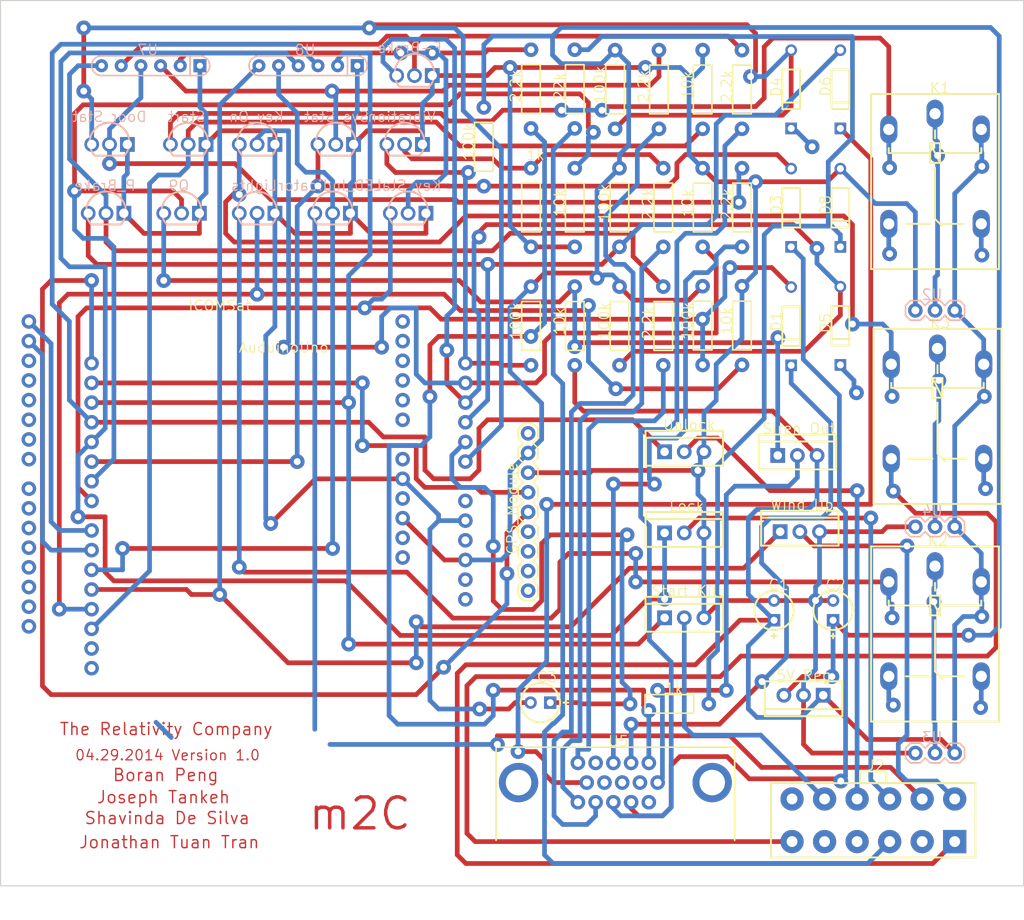
<source format=kicad_pcb>
(kicad_pcb (version 20241229) (generator "pcbnew") (generator_version "9.0")
  (layers (0 "F.Cu" signal) (2 "B.Cu" signal) (13 "F.Paste" user) (15 "B.Paste" user) (5 "F.SilkS" user "F.Silkscreen") (7 "B.SilkS" user "B.Silkscreen") (1 "F.Mask" user) (3 "B.Mask" user) (25 "Edge.Cuts" user))
  (net 0 "")
  (net 1 "Net_0")
  (net 2 "Net_1")
  (net 3 "Net_2")
  (net 4 "Net_3")
  (net 5 "Net_4")
  (net 6 "Net_5")
  (net 7 "Net_6")
  (net 8 "Net_7")
  (net 9 "Net_8")
  (net 10 "Net_9")
  (net 11 "Net_10")
  (net 12 "Net_11")
  (net 13 "Net_12")
  (net 14 "Net_13")
  (net 15 "Net_14")
  (net 16 "Net_15")
  (net 17 "Net_16")
  (net 18 "Net_17")
  (net 19 "Net_18")
  (net 20 "Net_19")
  (net 21 "Net_20")
  (net 22 "Net_21")
  (net 23 "Net_22")
  (net 24 "Net_23")
  (net 25 "Net_24")
  (net 26 "Net_25")
  (net 27 "Net_26")
  (net 28 "Net_27")
  (net 29 "Net_28")
  (net 30 "Net_29")
  (net 31 "Net_30")
  (net 32 "Net_31")
  (net 33 "Net_32")
  (net 34 "Net_33")
  (net 35 "Net_34")
  (net 36 "Net_36")
  (net 37 "Net_37")
  (net 38 "Net_38")
  (net 39 "Net_39")
  (net 40 "Net_40")
  (net 41 "Net_41")
  (net 42 "Net_42")
  (net 43 "Net_43")
  (net 44 "Net_44")
  (net 45 "Net_45")
  (net 46 "Net_46")
  (net 47 "Net_47")
  (net 48 "Net_48")
  (net 49 "Net_49")
  (net 50 "Net_50")
  (net 51 "Net_51")
  (net 52 "Net_53")
  (net 53 "Net_54")
  (net 54 "Net_56")
  (net 55 "Net_57")
  (net 56 "Net_58")
  (net 57 "Net_59")
  (net 58 "Net_60")
  (net 59 "Net_61")
  (net 60 "Net_62")
  (net 61 "Net_63")
  (footprint "m2C_2014_capstone_car_project:39-29-9123" (layer "F.Cu") (at 195.1514 153.6886 180)
    (property "Reference" "J2" (hide yes))
    (property "Value" "39-29-9123" (hide yes))
  )
  (footprint "m2C_2014_capstone_car_project:TO-220_Lock" (layer "F.Cu") (at 170.7351 116.587767)
    (property "Reference" "Lock0" (hide yes))
    (property "Value" "IRF641" (hide yes))
  )
  (footprint "m2C_2014_capstone_car_project:AXIAL-0.4_R3" (layer "F.Cu") (at 150.9462 89.865133 90)
    (property "Reference" "R7" (hide yes))
    (property "Value" "100k" (hide yes))
  )
  (footprint "m2C_2014_capstone_car_project:CAPPR-2.54_5.08_C3" (layer "F.Cu") (at 152.1598 138.497567 180)
    (property "Reference" "C3" (hide yes))
    (property "Value" "POLCAP" (hide yes))
  )
  (footprint "m2C_2014_capstone_car_project:AXIAL-0.4_R3" (layer "F.Cu") (at 178.1874 89.814333 90)
    (property "Reference" "R26" (hide yes))
    (property "Value" "10k" (hide yes))
  )
  (footprint "m2C_2014_capstone_car_project:AXIAL-0.4_R3" (layer "F.Cu") (at 156.5974 74.574333 90)
    (property "Reference" "R23" (hide yes))
    (property "Value" "10k" (hide yes))
  )
  (footprint "m2C_2014_capstone_car_project:AXIAL-0.4_R3" (layer "F.Cu") (at 162.37 74.574333 90)
    (property "Reference" "R6" (hide yes))
    (property "Value" "100k" (hide yes))
  )
  (footprint "m2C_2014_capstone_car_project:AXIAL-0.4_R3" (layer "F.Cu") (at 168.0274 89.865133 90)
    (property "Reference" "R20" (hide yes))
    (property "Value" "2.2k" (hide yes))
  )
  (footprint "m2C_2014_capstone_car_project:AXIAL-0.4_R3" (layer "F.Cu") (at 156.5974 89.865133 90)
    (property "Reference" "R22" (hide yes))
    (property "Value" "10k" (hide yes))
  )
  (footprint "m2C_2014_capstone_car_project:DO-35" (layer "F.Cu") (at 184.5374 59.313533 90)
    (property "Reference" "D4" (hide yes))
    (property "Value" "1N4148" (hide yes))
  )
  (footprint "m2C_2014_capstone_car_project:G5LE" (layer "F.Cu") (at 203.4286 99.891833)
    (property "Reference" "K3" (hide yes))
    (property "Value" "G5L" (hide yes))
  )
  (footprint "m2C_2014_capstone_car_project:AXIAL-0.4_R3" (layer "F.Cu") (at 173.1074 74.574333 90)
    (property "Reference" "R25" (hide yes))
    (property "Value" "10k" (hide yes))
  )
  (footprint "m2C_2014_capstone_car_project:DB15" (layer "F.Cu") (at 161.8411 155.367099 180)
    (property "Reference" "U5" (hide yes))
    (property "Value" "DB15" (hide yes))
  )
  (footprint "m2C_2014_capstone_car_project:DO-35" (layer "F.Cu") (at 190.8874 89.844333 90)
    (property "Reference" "D5" (hide yes))
    (property "Value" "1N4148" (hide yes))
  )
  (footprint "m2C_2014_capstone_car_project:AXIAL-0.4" (layer "F.Cu") (at 168.8211 138.6586 180)
    (property "Reference" "R1" (hide yes))
    (property "Value" "1k" (hide yes))
  )
  (footprint "m2C_2014_capstone_car_project:G5LE" (layer "F.Cu") (at 203.1111 127.9906)
    (property "Reference" "K2" (hide yes))
    (property "Value" "G5L" (hide yes))
  )
  (footprint "m2C_2014_capstone_car_project:DO-35" (layer "F.Cu") (at 190.8874 74.604333 90)
    (property "Reference" "D8" (hide yes))
    (property "Value" "1N4148" (hide yes))
  )
  (footprint "m2C_2014_capstone_car_project:DO-35" (layer "F.Cu") (at 184.5374 89.895133 90)
    (property "Reference" "D1" (hide yes))
    (property "Value" "1N4148" (hide yes))
  )
  (footprint "m2C_2014_capstone_car_project:DUEMILANOVE_VIAS" (layer "F.Cu") (at 110.2478 108.9681)
    (property "Reference" "ICOMSat0" (hide yes))
    (property "Value" "ARDUINO_SHIELDNO_SILK" (hide yes))
  )
  (footprint "m2C_2014_capstone_car_project:1X09" (layer "F.Cu") (at 150.572 113.8898 90)
    (property "Reference" "GPS_Module0" (hide yes))
    (property "Value" "M09" (hide yes))
  )
  (footprint "m2C_2014_capstone_car_project:TO-220_Lock" (layer "F.Cu") (at 170.7351 127.542667)
    (property "Reference" "Start_Kill0" (hide yes))
    (property "Value" "IRF641" (hide yes))
  )
  (footprint "m2C_2014_capstone_car_project:AXIAL-0.4_R3" (layer "F.Cu") (at 173.1074 89.814333 90)
    (property "Reference" "R10" (hide yes))
    (property "Value" "100k" (hide yes))
  )
  (footprint "m2C_2014_capstone_car_project:AXIAL-0.4_R3" (layer "F.Cu") (at 156.5974 59.283533 90)
    (property "Reference" "R24" (hide yes))
    (property "Value" "22k" (hide yes))
  )
  (footprint "m2C_2014_capstone_car_project:AXIAL-0.4_R3" (layer "F.Cu") (at 144.856933 66.735033 90)
    (property "Reference" "R3" (hide yes))
    (property "Value" "100k" (hide yes))
  )
  (footprint "m2C_2014_capstone_car_project:CAPPR-2.54_5.08" (layer "F.Cu") (at 182.326133 126.5902 90)
    (property "Reference" "C1" (hide yes))
    (property "Value" "POLCAP" (hide yes))
  )
  (footprint "m2C_2014_capstone_car_project:AXIAL-0.4_R3" (layer "F.Cu") (at 178.1874 59.334333 90)
    (property "Reference" "R19" (hide yes))
    (property "Value" "2.2k" (hide yes))
  )
  (footprint "m2C_2014_capstone_car_project:TO-220_Lock" (layer "F.Cu") (at 185.341633 106.585467)
    (property "Reference" "Siren_Out0" (hide yes))
    (property "Value" "IRF9511" (hide yes))
  )
  (footprint "m2C_2014_capstone_car_project:AXIAL-0.4_R3" (layer "F.Cu") (at 162.3762 89.865133 90)
    (property "Reference" "R5" (hide yes))
    (property "Value" "100k" (hide yes))
  )
  (footprint "m2C_2014_capstone_car_project:AXIAL-0.4_R3" (layer "F.Cu") (at 168.0274 74.574333 90)
    (property "Reference" "R21" (hide yes))
    (property "Value" "2.2k" (hide yes))
  )
  (footprint "m2C_2014_capstone_car_project:AXIAL-0.4_R3" (layer "F.Cu") (at 178.1874 74.574333 90)
    (property "Reference" "R18" (hide yes))
    (property "Value" "2.2k" (hide yes))
  )
  (footprint "m2C_2014_capstone_car_project:AXIAL-0.4_R3" (layer "F.Cu") (at 161.805 59.334333 90)
    (property "Reference" "R4" (hide yes))
    (property "Value" "100k" (hide yes))
  )
  (footprint "m2C_2014_capstone_car_project:DO-35" (layer "F.Cu") (at 184.5374 74.604333 90)
    (property "Reference" "D3" (hide yes))
    (property "Value" "1N4148" (hide yes))
  )
  (footprint "m2C_2014_capstone_car_project:DUEMILANOVE_VIAS" (layer "F.Cu") (at 118.3449 114.366167)
    (property "Reference" "AuduinoUno0" (hide yes))
    (property "Value" "ARDUINO_SHIELDNO_SILK" (hide yes))
  )
  (footprint "m2C_2014_capstone_car_project:AXIAL-0.4_R3" (layer "F.Cu") (at 167.4686 59.334333 90)
    (property "Reference" "R17" (hide yes))
    (property "Value" "2.2k" (hide yes))
  )
  (footprint "m2C_2014_capstone_car_project:AXIAL-0.4_R3" (layer "F.Cu") (at 173.1074 59.334333 90)
    (property "Reference" "R27" (hide yes))
    (property "Value" "10k" (hide yes))
  )
  (footprint "m2C_2014_capstone_car_project:TO-220_Lock" (layer "F.Cu") (at 185.659167 116.429)
    (property "Reference" "Wind_Up0" (hide yes))
    (property "Value" "IRF641" (hide yes))
  )
  (footprint "m2C_2014_capstone_car_project:TO-220_Lock" (layer "F.Cu") (at 170.7351 106.109167)
    (property "Reference" "Unlock0" (hide yes))
    (property "Value" "IRF641" (hide yes))
  )
  (footprint "m2C_2014_capstone_car_project:TO-220" (layer "F.Cu") (at 186.136 137.544967 180)
    (property "Reference" "UNK5V_Reg0" (hide yes))
    (property "Value" "MC7805ACT" (hide yes))
  )
  (footprint "m2C_2014_capstone_car_project:CAPPR-2.54_5.08" (layer "F.Cu") (at 189.946133 126.5902 90)
    (property "Reference" "C2" (hide yes))
    (property "Value" "POLCAP" (hide yes))
  )
  (footprint "m2C_2014_capstone_car_project:AXIAL-0.4_R3" (layer "F.Cu") (at 150.9462 59.283533 90)
    (property "Reference" "R15" (hide yes))
    (property "Value" "2.2k" (hide yes))
  )
  (footprint "m2C_2014_capstone_car_project:AXIAL-0.4_R14" (layer "F.Cu") (at 150.9462 74.574333 90)
    (property "Reference" "R14" (hide yes))
    (property "Value" "1k" (hide yes))
  )
  (footprint "m2C_2014_capstone_car_project:DO-35" (layer "F.Cu") (at 190.8874 59.313533 90)
    (property "Reference" "D6" (hide yes))
    (property "Value" "1N4148" (hide yes))
  )
  (footprint "m2C_2014_capstone_car_project:G5LE" (layer "F.Cu") (at 203.1111 69.5706)
    (property "Reference" "K1" (hide yes))
    (property "Value" "G5L" (hide yes))
  )
  (footprint "m2C_2014_capstone_car_project:TO-92_B" (layer "B.Cu") (at 134.632267 66.526067 180)
    (property "Reference" "Vibration0" (hide yes))
    (property "Value" "2N7000_B" (hide yes))
  )
  (footprint "m2C_2014_capstone_car_project:TO-92_B" (layer "B.Cu") (at 125.333467 75.416067 180)
    (property "Reference" "LED_Indicator0" (hide yes))
    (property "Value" "2N7000_B" (hide yes))
  )
  (footprint "m2C_2014_capstone_car_project:TO-92_B" (layer "B.Cu") (at 115.582267 66.526067 180)
    (property "Reference" "Key_On0" (hide yes))
    (property "Value" "2N7000_B" (hide yes))
  )
  (footprint "m2C_2014_capstone_car_project:RPACK-SIP-PTH-5" (layer "B.Cu") (at 101.852267 56.267233 90)
    (property "Reference" "U7" (hide yes))
    (property "Value" "1k" (hide yes))
  )
  (footprint "m2C_2014_capstone_car_project:TO-92_B" (layer "B.Cu") (at 106.692267 66.526067 180)
    (property "Reference" "Start0" (hide yes))
    (property "Value" "2N7000_B" (hide yes))
  )
  (footprint "m2C_2014_capstone_car_project:TO-92_B" (layer "B.Cu") (at 96.079867 75.416067 180)
    (property "Reference" "P_Brake0" (hide yes))
    (property "Value" "2N7000_B" (hide yes))
  )
  (footprint "m2C_2014_capstone_car_project:TO-92_B" (layer "B.Cu") (at 135.902267 57.636067 180)
    (property "Reference" "F-Brake0" (hide yes))
    (property "Value" "2N7000_B" (hide yes))
  )
  (footprint "m2C_2014_capstone_car_project:TO-92_B" (layer "B.Cu") (at 125.742267 66.526067 180)
    (property "Reference" "Sys_Stat0" (hide yes))
    (property "Value" "2N7000_B" (hide yes))
  )
  (footprint "m2C_2014_capstone_car_project:TO-92_B" (layer "B.Cu") (at 135.084667 75.416067 180)
    (property "Reference" "Key_Stat0" (hide yes))
    (property "Value" "2N7000_B" (hide yes))
  )
  (footprint "m2C_2014_capstone_car_project:TO-92_B" (layer "B.Cu") (at 96.532267 66.526067 180)
    (property "Reference" "Door_Stat0" (hide yes))
    (property "Value" "2N7000_B" (hide yes))
  )
  (footprint "m2C_2014_capstone_car_project:1X03" (layer "B.Cu") (at 203.1111 145.0086)
    (property "Reference" "U3" (hide yes))
    (property "Value" "JUMPER-3-OLDPTH" (hide yes))
  )
  (footprint "m2C_2014_capstone_car_project:TO-92_B" (layer "B.Cu") (at 115.582267 75.416067 180)
    (property "Reference" "Lights0" (hide yes))
    (property "Value" "2N7000_B" (hide yes))
  )
  (footprint "m2C_2014_capstone_car_project:1X03" (layer "B.Cu") (at 203.1111 115.7986)
    (property "Reference" "U4" (hide yes))
    (property "Value" "JUMPER-3-OLDPTH" (hide yes))
  )
  (footprint "m2C_2014_capstone_car_project:TO-92_B" (layer "B.Cu") (at 105.831067 75.416067 180)
    (property "Reference" "Q9" (hide yes))
    (property "Value" "2N7000_B" (hide yes))
  )
  (footprint "m2C_2014_capstone_car_project:RPACK-SIP-PTH-5" (layer "B.Cu") (at 122.172267 56.267233 90)
    (property "Reference" "U8" (hide yes))
    (property "Value" "10k" (hide yes))
  )
  (footprint "m2C_2014_capstone_car_project:1X03" (layer "B.Cu") (at 203.1111 87.8586)
    (property "Reference" "U2" (hide yes))
    (property "Value" "JUMPER-3-OLDPTH" (hide yes))
  )
  (gr_line (start 82.4611 47.8536) (end 214.5411 47.8536) (stroke (width 0.14)) (layer "Edge.Cuts"))
  (gr_line (start 214.5411 47.8536) (end 214.5411 162.1536) (stroke (width 0.14)) (layer "Edge.Cuts"))
  (gr_line (start 214.5411 162.1536) (end 82.4611 162.1536) (stroke (width 0.14)) (layer "Edge.Cuts"))
  (gr_line (start 82.4611 162.1536) (end 82.4611 47.8536) (stroke (width 0.14)) (layer "Edge.Cuts"))
  (gr_text "Joseph Tankeh" (at 94.7942 149.789967 0) (layer "F.Cu") (effects (font (size 1.5543 1.5543) (thickness 0.1727)) (justify left top)))
  (gr_text "The Relativity Company" (at 90 141 0) (layer "F.Cu") (effects (font (size 1.5543 1.5543) (thickness 0.1727)) (justify left top)))
  (gr_text "04.29.2014 Version 1.0" (at 92 144.5 0) (layer "F.Cu") (effects (font (size 1.332 1.332) (thickness 0.148)) (justify left top)))
  (gr_text "Jonathan Tuan Tran" (at 92.5061 155.604367 0) (layer "F.Cu") (effects (font (size 1.5543 1.5543) (thickness 0.1727)) (justify left top)))
  (gr_text "Boran Peng" (at 96.8582 146.931967 0) (layer "F.Cu") (effects (font (size 1.5543 1.5543) (thickness 0.1727)) (justify left top)))
  (gr_text "Shavinda De Silva" (at 93.2072 152.488967 0) (layer "F.Cu") (effects (font (size 1.5543 1.5543) (thickness 0.1727)) (justify left top)))
  (gr_text "m2C\n" (at 122 150.5 0) (layer "F.Cu") (effects (font (size 3.9969 3.9969) (thickness 0.4441)) (justify left top)))
  (gr_text "" (at 151.2071 107.5396 90) (layer "F.SilkS") (effects (font (size 0.001 0.001)) (justify left)))
  (gr_text "" (at 202.7931 97.8606 0) (layer "F.SilkS") (effects (font (size 0.001 0.001)) (justify left)))
  (gr_text "" (at 152.1461 77.7236 90) (layer "F.SilkS") (effects (font (size 0.001 0.001)) (justify left)))
  (gr_text "" (at 146.4411 144.2486 0) (layer "F.SilkS") (effects (font (size 0.001 0.001)) (justify left)))
  (gr_text "" (at 211.6841 90.2396 0) (layer "F.SilkS") (effects (font (size 0.001 0.001)) (justify left)))
  (gr_text "" (at 185.6871 61.0176 90) (layer "F.SilkS") (effects (font (size 0.001 0.001)) (justify left)))
  (gr_text "" (at 185.6871 91.5996 90) (layer "F.SilkS") (effects (font (size 0.001 0.001)) (justify left)))
  (gr_text "" (at 192.0371 61.0176 90) (layer "F.SilkS") (effects (font (size 0.001 0.001)) (justify left)))
  (gr_text "" (at 179.3871 92.9636 90) (layer "F.SilkS") (effects (font (size 0.001 0.001)) (justify left)))
  (gr_text "" (at 185.6871 77.1566 90) (layer "F.SilkS") (effects (font (size 0.001 0.001)) (justify left)))
  (gr_text "" (at 202.7931 107.0046 0) (layer "F.SilkS") (effects (font (size 0.001 0.001)) (justify left)))
  (gr_text "" (at 194.8561 140.9446 0) (layer "F.SilkS") (effects (font (size 0.001 0.001)) (justify left)))
  (gr_text "10k" (at 171.9071 75.8786 90) (layer "F.SilkS") (effects (font (size 1.332 1.332) (thickness 0.148)) (justify left bottom)))
  (gr_text "" (at 192.0371 87.2926 90) (layer "F.SilkS") (effects (font (size 0.001 0.001)) (justify left)))
  (gr_text "22k" (at 155.3971 60.8606 90) (layer "F.SilkS") (effects (font (size 1.332 1.332) (thickness 0.148)) (justify left bottom)))
  (gr_text "" (at 151.2071 102.4596 90) (layer "F.SilkS") (effects (font (size 0.001 0.001)) (justify left)))
  (gr_text "" (at 203.7471 127.2296 0) (layer "F.SilkS") (effects (font (size 0.001 0.001)) (justify left)))
  (gr_text "" (at 149.3021 106.9036 90) (layer "F.SilkS") (effects (font (size 0.001 0.001)) (justify left)))
  (gr_text "" (at 194.8561 140.9446 0) (layer "F.SilkS") (effects (font (size 0.001 0.001)) (justify left)))
  (gr_text "ICOMSat" (at 106.6121 88.0126 0) (layer "F.SilkS") (effects (font (size 1.332 1.332) (thickness 0.148)) (justify left bottom)))
  (gr_text "" (at 202.7931 96.5896 0) (layer "F.SilkS") (effects (font (size 0.001 0.001)) (justify left)))
  (gr_text "" (at 192.0371 61.8656 90) (layer "F.SilkS") (effects (font (size 0.001 0.001)) (justify left)))
  (gr_text "" (at 197.4601 97.8606 0) (layer "F.SilkS") (effects (font (size 0.001 0.001)) (justify left)))
  (gr_text "" (at 190.2461 129.8896 90) (layer "F.SilkS") (effects (font (size 0.001 0.001)) (justify left)))
  (gr_text "" (at 179.7861 129.1286 90) (layer "F.SilkS") (effects (font (size 0.001 0.001)) (justify left)))
  (gr_text "" (at 151.2071 110.0786 90) (layer "F.SilkS") (effects (font (size 0.001 0.001)) (justify left)))
  (gr_text "" (at 209.0791 67.5386 0) (layer "F.SilkS") (effects (font (size 0.001 0.001)) (justify left)))
  (gr_text "" (at 211.3661 59.9186 0) (layer "F.SilkS") (effects (font (size 0.001 0.001)) (justify left)))
  (gr_text "" (at 149.3021 124.6846 90) (layer "F.SilkS") (effects (font (size 0.001 0.001)) (justify left)))
  (gr_text "" (at 149.9371 115.1606 90) (layer "F.SilkS") (effects (font (size 0.001 0.001)) (justify left)))
  (gr_text "" (at 192.0371 92.3966 90) (layer "F.SilkS") (effects (font (size 0.001 0.001)) (justify left)))
  (gr_text "" (at 151.2071 115.1606 90) (layer "F.SilkS") (effects (font (size 0.001 0.001)) (justify left)))
  (gr_text "" (at 202.4751 68.8096 0) (layer "F.SilkS") (effects (font (size 0.001 0.001)) (justify left)))
  (gr_text "" (at 177.2411 144.2486 0) (layer "F.SilkS") (effects (font (size 0.001 0.001)) (justify left)))
  (gr_text "" (at 165.7351 124.8426 0) (layer "F.SilkS") (effects (font (size 0.001 0.001)) (justify left)))
  (gr_text "" (at 191.1361 140.2446 0) (layer "F.SilkS") (effects (font (size 0.001 0.001)) (justify left)))
  (gr_text "" (at 203.7471 124.6886 0) (layer "F.SilkS") (effects (font (size 0.001 0.001)) (justify left)))
  (gr_text "" (at 149.9371 112.6186 90) (layer "F.SilkS") (effects (font (size 0.001 0.001)) (justify left)))
  (gr_text "5V_Reg" (at 182.5131 135.7446 0) (layer "F.SilkS") (effects (font (size 1.332 1.332) (thickness 0.148)) (justify left bottom)))
  (gr_text "" (at 180.6591 114.6286 0) (layer "F.SilkS") (effects (font (size 0.001 0.001)) (justify left)))
  (gr_text "" (at 151.2071 122.7796 90) (layer "F.SilkS") (effects (font (size 0.001 0.001)) (justify left)))
  (gr_text "" (at 151.2071 107.5396 90) (layer "F.SilkS") (effects (font (size 0.001 0.001)) (justify left)))
  (gr_text "" (at 163.5761 93.0146 90) (layer "F.SilkS") (effects (font (size 0.001 0.001)) (justify left)))
  (gr_text "" (at 202.4751 127.2296 0) (layer "F.SilkS") (effects (font (size 0.001 0.001)) (justify left)))
  (gr_text "" (at 151.2071 112.6186 90) (layer "F.SilkS") (effects (font (size 0.001 0.001)) (justify left)))
  (gr_text "" (at 203.4291 99.7636 0) (layer "F.SilkS") (effects (font (size 0.001 0.001)) (justify left)))
  (gr_text "" (at 151.8421 105.6346 90) (layer "F.SilkS") (effects (font (size 0.001 0.001)) (justify left)))
  (gr_text "" (at 192.0371 61.8656 90) (layer "F.SilkS") (effects (font (size 0.001 0.001)) (justify left)))
  (gr_text "D3" (at 183.3871 75.6516 90) (layer "F.SilkS") (effects (font (size 1.332 1.332) (thickness 0.148)) (justify left bottom)))
  (gr_text "" (at 204.0641 96.5896 0) (layer "F.SilkS") (effects (font (size 0.001 0.001)) (justify left)))
  (gr_text "10k" (at 155.3971 75.8786 90) (layer "F.SilkS") (effects (font (size 1.332 1.332) (thickness 0.148)) (justify left bottom)))
  (gr_text "GPS_Module" (at 149.3021 119.4816 90) (layer "F.SilkS") (effects (font (size 1.332 1.332) (thickness 0.148)) (justify left bottom)))
  (gr_text "100k" (at 171.9071 91.7396 90) (layer "F.SilkS") (effects (font (size 1.332 1.332) (thickness 0.148)) (justify left bottom)))
  (gr_text "100k" (at 143.6571 68.6606 90) (layer "F.SilkS") (effects (font (size 1.332 1.332) (thickness 0.148)) (justify left bottom)))
  (gr_text "" (at 151.2071 125.3196 90) (layer "F.SilkS") (effects (font (size 0.001 0.001)) (justify left)))
  (gr_text "" (at 187.4061 129.1286 90) (layer "F.SilkS") (effects (font (size 0.001 0.001)) (justify left)))
  (gr_text "" (at 185.6871 76.3086 90) (layer "F.SilkS") (effects (font (size 0.001 0.001)) (justify left)))
  (gr_text "2.2k" (at 149.7461 61.1176 90) (layer "F.SilkS") (effects (font (size 1.332 1.332) (thickness 0.148)) (justify left bottom)))
  (gr_text "" (at 194.8561 82.5246 0) (layer "F.SilkS") (effects (font (size 0.001 0.001)) (justify left)))
  (gr_text "" (at 179.3871 77.7236 90) (layer "F.SilkS") (effects (font (size 0.001 0.001)) (justify left)))
  (gr_text "" (at 152.1461 62.4326 90) (layer "F.SilkS") (effects (font (size 0.001 0.001)) (justify left)))
  (gr_text "" (at 185.6871 72.0526 90) (layer "F.SilkS") (effects (font (size 0.001 0.001)) (justify left)))
  (gr_text "Siren_Out" (at 180.7051 103.8856 0) (layer "F.SilkS") (effects (font (size 1.332 1.332) (thickness 0.148)) (justify left bottom)))
  (gr_text "" (at 151.2071 104.9996 90) (layer "F.SilkS") (effects (font (size 0.001 0.001)) (justify left)))
  (gr_text "2.2k" (at 166.8271 91.6996 90) (layer "F.SilkS") (effects (font (size 1.332 1.332) (thickness 0.148)) (justify left bottom)))
  (gr_text "" (at 169.2271 93.0146 90) (layer "F.SilkS") (effects (font (size 0.001 0.001)) (justify left)))
  (gr_text "" (at 206.8461 76.6836 0) (layer "F.SilkS") (effects (font (size 0.001 0.001)) (justify left)))
  (gr_text "10k" (at 176.9871 91.1186 90) (layer "F.SilkS") (effects (font (size 1.332 1.332) (thickness 0.148)) (justify left bottom)))
  (gr_text "2.2k" (at 176.9871 61.1686 90) (layer "F.SilkS") (effects (font (size 1.332 1.332) (thickness 0.148)) (justify left bottom)))
  (gr_text "" (at 197.1431 125.9586 0) (layer "F.SilkS") (effects (font (size 0.001 0.001)) (justify left)))
  (gr_text "" (at 197.1431 67.5386 0) (layer "F.SilkS") (effects (font (size 0.001 0.001)) (justify left)))
  (gr_text "" (at 151.8421 108.1746 90) (layer "F.SilkS") (effects (font (size 0.001 0.001)) (justify left)))
  (gr_text "" (at 185.6871 87.3436 90) (layer "F.SilkS") (effects (font (size 0.001 0.001)) (justify left)))
  (gr_text "" (at 203.7471 67.5386 0) (layer "F.SilkS") (effects (font (size 0.001 0.001)) (justify left)))
  (gr_text "" (at 195.1741 112.8456 0) (layer "F.SilkS") (effects (font (size 0.001 0.001)) (justify left)))
  (gr_text "" (at 196.8251 148.8886 0) (layer "F.SilkS") (effects (font (size 0.001 0.001)) (justify left)))
  (gr_text "2.2k" (at 166.8271 76.4086 90) (layer "F.SilkS") (effects (font (size 1.332 1.332) (thickness 0.148)) (justify left bottom)))
  (gr_text "100k" (at 149.7461 91.7906 90) (layer "F.SilkS") (effects (font (size 1.332 1.332) (thickness 0.148)) (justify left bottom)))
  (gr_text "" (at 202.4751 125.9586 0) (layer "F.SilkS") (effects (font (size 0.001 0.001)) (justify left)))
  (gr_text "" (at 202.4751 135.1036 0) (layer "F.SilkS") (effects (font (size 0.001 0.001)) (justify left)))
  (gr_text "" (at 185.6871 77.1566 90) (layer "F.SilkS") (effects (font (size 0.001 0.001)) (justify left)))
  (gr_text "" (at 204.0641 107.0046 0) (layer "F.SilkS") (effects (font (size 0.001 0.001)) (justify left)))
  (gr_text "" (at 202.4751 76.6836 0) (layer "F.SilkS") (effects (font (size 0.001 0.001)) (justify left)))
  (gr_text "" (at 203.7471 125.9586 0) (layer "F.SilkS") (effects (font (size 0.001 0.001)) (justify left)))
  (gr_text "" (at 165.7351 103.4096 0) (layer "F.SilkS") (effects (font (size 0.001 0.001)) (justify left)))
  (gr_text "" (at 149.3021 104.3636 90) (layer "F.SilkS") (effects (font (size 0.001 0.001)) (justify left)))
  (gr_text "" (at 151.8421 115.7936 90) (layer "F.SilkS") (effects (font (size 0.001 0.001)) (justify left)))
  (gr_text "1k" (at 168.1381 137.4586 0) (layer "F.SilkS") (effects (font (size 1.332 1.332) (thickness 0.148)) (justify left bottom)))
  (gr_text "" (at 151.8421 103.0956 90) (layer "F.SilkS") (effects (font (size 0.001 0.001)) (justify left)))
  (gr_text "" (at 192.0371 56.7616 90) (layer "F.SilkS") (effects (font (size 0.001 0.001)) (justify left)))
  (gr_text "" (at 151.2071 117.7006 90) (layer "F.SilkS") (effects (font (size 0.001 0.001)) (justify left)))
  (gr_text "" (at 180.3421 104.7856 0) (layer "F.SilkS") (effects (font (size 0.001 0.001)) (justify left)))
  (gr_text "" (at 165.7351 114.7876 0) (layer "F.SilkS") (effects (font (size 0.001 0.001)) (justify left)))
  (gr_text "" (at 202.7931 97.8606 0) (layer "F.SilkS") (effects (font (size 0.001 0.001)) (justify left)))
  (gr_text "" (at 192.0371 77.1566 90) (layer "F.SilkS") (effects (font (size 0.001 0.001)) (justify left)))
  (gr_text "100k" (at 161.1761 91.7906 90) (layer "F.SilkS") (effects (font (size 1.332 1.332) (thickness 0.148)) (justify left bottom)))
  (gr_text "D6" (at 189.7371 60.3296 90) (layer "F.SilkS") (effects (font (size 1.332 1.332) (thickness 0.148)) (justify left bottom)))
  (gr_text "1k" (at 150.2641 68.5546 0) (layer "F.SilkS") (effects (font (size 1.332 1.332) (thickness 0.148)) (justify left bottom)))
  (gr_text "D5" (at 189.7371 90.8916 90) (layer "F.SilkS") (effects (font (size 1.332 1.332) (thickness 0.148)) (justify left bottom)))
  (gr_text "" (at 149.9371 125.3196 90) (layer "F.SilkS") (effects (font (size 0.001 0.001)) (justify left)))
  (gr_text "" (at 185.6871 56.7616 90) (layer "F.SilkS") (effects (font (size 0.001 0.001)) (justify left)))
  (gr_text "" (at 174.3071 92.9636 90) (layer "F.SilkS") (effects (font (size 0.001 0.001)) (justify left)))
  (gr_text "" (at 203.1111 134.4676 0) (layer "F.SilkS") (effects (font (size 0.001 0.001)) (justify left)))
  (gr_text "" (at 203.1111 76.0476 0) (layer "F.SilkS") (effects (font (size 0.001 0.001)) (justify left)))
  (gr_text "K3" (at 202.3821 90.2396 0) (layer "F.SilkS") (effects (font (size 1.332 1.332) (thickness 0.148)) (justify left bottom)))
  (gr_text "" (at 209.0791 66.9036 0) (layer "F.SilkS") (effects (font (size 0.001 0.001)) (justify left)))
  (gr_text "" (at 204.0641 97.8606 0) (layer "F.SilkS") (effects (font (size 0.001 0.001)) (justify left)))
  (gr_text "" (at 182.6261 129.8896 90) (layer "F.SilkS") (effects (font (size 0.001 0.001)) (justify left)))
  (gr_text "" (at 165.7351 113.8876 0) (layer "F.SilkS") (effects (font (size 0.001 0.001)) (justify left)))
  (gr_text "" (at 180.3421 103.8856 0) (layer "F.SilkS") (effects (font (size 0.001 0.001)) (justify left)))
  (gr_text "" (at 202.4751 66.2686 0) (layer "F.SilkS") (effects (font (size 0.001 0.001)) (justify left)))
  (gr_text "" (at 203.1111 123.0386 0) (layer "F.SilkS") (effects (font (size 0.001 0.001)) (justify left)))
  (gr_text "100k" (at 161.1701 76.4996 90) (layer "F.SilkS") (effects (font (size 1.332 1.332) (thickness 0.148)) (justify left bottom)))
  (gr_text "" (at 195.1741 112.8456 0) (layer "F.SilkS") (effects (font (size 0.001 0.001)) (justify left)))
  (gr_text "" (at 152.1461 93.0146 90) (layer "F.SilkS") (effects (font (size 0.001 0.001)) (justify left)))
  (gr_text "" (at 202.4751 67.5386 0) (layer "F.SilkS") (effects (font (size 0.001 0.001)) (justify left)))
  (gr_text "" (at 192.0371 92.3966 90) (layer "F.SilkS") (effects (font (size 0.001 0.001)) (justify left)))
  (gr_text "Lock" (at 168.6881 113.8876 0) (layer "F.SilkS") (effects (font (size 1.332 1.332) (thickness 0.148)) (justify left bottom)))
  (gr_text "" (at 206.8461 135.1036 0) (layer "F.SilkS") (effects (font (size 0.001 0.001)) (justify left)))
  (gr_text "" (at 151.2071 120.2406 90) (layer "F.SilkS") (effects (font (size 0.001 0.001)) (justify left)))
  (gr_text "D8" (at 189.7371 75.6506 90) (layer "F.SilkS") (effects (font (size 1.332 1.332) (thickness 0.148)) (justify left bottom)))
  (gr_text "" (at 163.5701 77.7236 90) (layer "F.SilkS") (effects (font (size 0.001 0.001)) (justify left)))
  (gr_text "Start_Kill" (at 166.3881 124.8426 0) (layer "F.SilkS") (effects (font (size 1.332 1.332) (thickness 0.148)) (justify left bottom)))
  (gr_text "" (at 211.3661 118.3386 0) (layer "F.SilkS") (effects (font (size 0.001 0.001)) (justify left)))
  (gr_text "J2" (at 194.2211 147.3886 0) (layer "F.SilkS") (effects (font (size 1.332 1.332) (thickness 0.148)) (justify left bottom)))
  (gr_text "" (at 202.7931 96.5896 0) (layer "F.SilkS") (effects (font (size 0.001 0.001)) (justify left)))
  (gr_text "" (at 203.7471 76.6836 0) (layer "F.SilkS") (effects (font (size 0.001 0.001)) (justify left)))
  (gr_text "" (at 169.2271 77.7236 90) (layer "F.SilkS") (effects (font (size 0.001 0.001)) (justify left)))
  (gr_text "C1" (at 181.5221 124.0506 0) (layer "F.SilkS") (effects (font (size 1.332 1.332) (thickness 0.148)) (justify left bottom)))
  (gr_text "" (at 194.8561 82.5246 0) (layer "F.SilkS") (effects (font (size 0.001 0.001)) (justify left)))
  (gr_text "" (at 185.6871 92.4476 90) (layer "F.SilkS") (effects (font (size 0.001 0.001)) (justify left)))
  (gr_text "" (at 151.2071 110.0786 90) (layer "F.SilkS") (effects (font (size 0.001 0.001)) (justify left)))
  (gr_text "10k" (at 171.9071 60.6386 90) (layer "F.SilkS") (effects (font (size 1.332 1.332) (thickness 0.148)) (justify left bottom)))
  (gr_text "" (at 192.0371 72.0526 90) (layer "F.SilkS") (effects (font (size 0.001 0.001)) (justify left)))
  (gr_text "2.2k" (at 166.2691 61.1686 90) (layer "F.SilkS") (effects (font (size 1.332 1.332) (thickness 0.148)) (justify left bottom)))
  (gr_text "" (at 165.7351 125.7426 0) (layer "F.SilkS") (effects (font (size 0.001 0.001)) (justify left)))
  (gr_text "" (at 157.7971 77.7236 90) (layer "F.SilkS") (effects (font (size 0.001 0.001)) (justify left)))
  (gr_text "Wind_Up" (at 181.7481 113.7286 0) (layer "F.SilkS") (effects (font (size 1.332 1.332) (thickness 0.148)) (justify left bottom)))
  (gr_text "" (at 183.3871 92.4476 90) (layer "F.SilkS") (effects (font (size 0.001 0.001)) (justify left)))
  (gr_text "K2" (at 202.0641 118.3386 0) (layer "F.SilkS") (effects (font (size 1.332 1.332) (thickness 0.148)) (justify left bottom)))
  (gr_text "" (at 203.7471 135.1036 0) (layer "F.SilkS") (effects (font (size 0.001 0.001)) (justify left)))
  (gr_text "" (at 211.3661 59.9186 0) (layer "F.SilkS") (effects (font (size 0.001 0.001)) (justify left)))
  (gr_text "" (at 202.4751 124.6886 0) (layer "F.SilkS") (effects (font (size 0.001 0.001)) (justify left)))
  (gr_text "" (at 203.1111 64.6186 0) (layer "F.SilkS") (effects (font (size 0.001 0.001)) (justify left)))
  (gr_text "" (at 211.6841 90.2396 0) (layer "F.SilkS") (effects (font (size 0.001 0.001)) (justify left)))
  (gr_text "" (at 209.3971 97.8606 0) (layer "F.SilkS") (effects (font (size 0.001 0.001)) (justify left)))
  (gr_text "" (at 179.3871 62.4836 90) (layer "F.SilkS") (effects (font (size 0.001 0.001)) (justify left)))
  (gr_text "10k" (at 155.3971 91.1686 90) (layer "F.SilkS") (effects (font (size 1.332 1.332) (thickness 0.148)) (justify left bottom)))
  (gr_text "" (at 149.3021 117.0646 90) (layer "F.SilkS") (effects (font (size 0.001 0.001)) (justify left)))
  (gr_text "" (at 149.3021 109.4456 90) (layer "F.SilkS") (effects (font (size 0.001 0.001)) (justify left)))
  (gr_text "" (at 189.7371 92.3966 90) (layer "F.SilkS") (effects (font (size 0.001 0.001)) (justify left)))
  (gr_text "" (at 203.4291 94.9396 0) (layer "F.SilkS") (effects (font (size 0.001 0.001)) (justify left)))
  (gr_text "2.2k" (at 176.9871 76.4086 90) (layer "F.SilkS") (effects (font (size 1.332 1.332) (thickness 0.148)) (justify left bottom)))
  (gr_text "" (at 202.4751 66.2686 0) (layer "F.SilkS") (effects (font (size 0.001 0.001)) (justify left)))
  (gr_text "" (at 208.3241 158.4886 0) (layer "F.SilkS") (effects (font (size 0.001 0.001)) (justify left)))
  (gr_text "" (at 185.6871 61.8656 90) (layer "F.SilkS") (effects (font (size 0.001 0.001)) (justify left)))
  (gr_text "" (at 202.4751 124.6886 0) (layer "F.SilkS") (effects (font (size 0.001 0.001)) (justify left)))
  (gr_text "100k" (at 160.6051 61.2596 90) (layer "F.SilkS") (effects (font (size 1.332 1.332) (thickness 0.148)) (justify left bottom)))
  (gr_text "" (at 149.3021 109.4456 90) (layer "F.SilkS") (effects (font (size 0.001 0.001)) (justify left)))
  (gr_text "" (at 203.1111 69.4426 0) (layer "F.SilkS") (effects (font (size 0.001 0.001)) (justify left)))
  (gr_text "" (at 209.3971 97.2246 0) (layer "F.SilkS") (effects (font (size 0.001 0.001)) (justify left)))
  (gr_text "" (at 149.3021 106.9036 90) (layer "F.SilkS") (effects (font (size 0.001 0.001)) (justify left)))
  (gr_text "" (at 191.1361 139.3446 0) (layer "F.SilkS") (effects (font (size 0.001 0.001)) (justify left)))
  (gr_text "D1" (at 183.3871 90.6686 90) (layer "F.SilkS") (effects (font (size 1.332 1.332) (thickness 0.148)) (justify left bottom)))
  (gr_text "" (at 149.9371 122.7796 90) (layer "F.SilkS") (effects (font (size 0.001 0.001)) (justify left)))
  (gr_text "" (at 151.2071 117.7006 90) (layer "F.SilkS") (effects (font (size 0.001 0.001)) (justify left)))
  (gr_text "" (at 154.6981 141.0376 0) (layer "F.SilkS") (effects (font (size 0.001 0.001)) (justify left)))
  (gr_text "C3" (at 151.6121 135.9576 0) (layer "F.SilkS") (effects (font (size 1.332 1.332) (thickness 0.148)) (justify left bottom)))
  (gr_text "" (at 203.7471 68.8096 0) (layer "F.SilkS") (effects (font (size 0.001 0.001)) (justify left)))
  (gr_text "" (at 203.1111 127.8626 0) (layer "F.SilkS") (effects (font (size 0.001 0.001)) (justify left)))
  (gr_text "AuduinoUno" (at 113.1161 93.4116 0) (layer "F.SilkS") (effects (font (size 1.332 1.332) (thickness 0.148)) (justify left bottom)))
  (gr_text "" (at 189.9461 130.1896 90) (layer "F.SilkS") (effects (font (size 0.001 0.001)) (justify left)))
  (gr_text "" (at 155.4591 138.1976 0) (layer "F.SilkS") (effects (font (size 0.001 0.001)) (justify left)))
  (gr_text "" (at 209.0791 125.9586 0) (layer "F.SilkS") (effects (font (size 0.001 0.001)) (justify left)))
  (gr_text "Unlock" (at 167.9011 103.4096 0) (layer "F.SilkS") (effects (font (size 1.332 1.332) (thickness 0.148)) (justify left bottom)))
  (gr_text "" (at 192.0371 76.3086 90) (layer "F.SilkS") (effects (font (size 0.001 0.001)) (justify left)))
  (gr_text "" (at 157.7971 93.0146 90) (layer "F.SilkS") (effects (font (size 0.001 0.001)) (justify left)))
  (gr_text "" (at 203.4291 106.3696 0) (layer "F.SilkS") (effects (font (size 0.001 0.001)) (justify left)))
  (gr_text "" (at 185.6871 61.8656 90) (layer "F.SilkS") (effects (font (size 0.001 0.001)) (justify left)))
  (gr_text "C2" (at 188.8691 124.0506 0) (layer "F.SilkS") (effects (font (size 1.332 1.332) (thickness 0.148)) (justify left bottom)))
  (gr_text "D4" (at 183.3871 60.3906 90) (layer "F.SilkS") (effects (font (size 1.332 1.332) (thickness 0.148)) (justify left bottom)))
  (gr_text "U5" (at 160.7941 144.2486 0) (layer "F.SilkS") (effects (font (size 1.332 1.332) (thickness 0.148)) (justify left bottom)))
  (gr_text "" (at 183.3871 77.1566 90) (layer "F.SilkS") (effects (font (size 0.001 0.001)) (justify left)))
  (gr_text "" (at 149.9371 102.4596 90) (layer "F.SilkS") (effects (font (size 0.001 0.001)) (justify left)))
  (gr_text "" (at 211.3661 118.3386 0) (layer "F.SilkS") (effects (font (size 0.001 0.001)) (justify left)))
  (gr_text "" (at 163.0051 62.4836 90) (layer "F.SilkS") (effects (font (size 0.001 0.001)) (justify left)))
  (gr_text "" (at 189.7371 61.8656 90) (layer "F.SilkS") (effects (font (size 0.001 0.001)) (justify left)))
  (gr_text "" (at 177.2411 144.2486 0) (layer "F.SilkS") (effects (font (size 0.001 0.001)) (justify left)))
  (gr_text "" (at 183.3871 61.8656 90) (layer "F.SilkS") (effects (font (size 0.001 0.001)) (justify left)))
  (gr_text "" (at 192.0371 91.5486 90) (layer "F.SilkS") (effects (font (size 0.001 0.001)) (justify left)))
  (gr_text "" (at 202.4751 125.9586 0) (layer "F.SilkS") (effects (font (size 0.001 0.001)) (justify left)))
  (gr_text "" (at 155.7591 138.4976 0) (layer "F.SilkS") (effects (font (size 0.001 0.001)) (justify left)))
  (gr_text "" (at 165.7351 104.3096 0) (layer "F.SilkS") (effects (font (size 0.001 0.001)) (justify left)))
  (gr_text "" (at 174.3071 62.4836 90) (layer "F.SilkS") (effects (font (size 0.001 0.001)) (justify left)))
  (gr_text "K1" (at 202.3371 59.9186 0) (layer "F.SilkS") (effects (font (size 1.332 1.332) (thickness 0.148)) (justify left bottom)))
  (gr_text "" (at 174.3071 77.7236 90) (layer "F.SilkS") (effects (font (size 0.001 0.001)) (justify left)))
  (gr_text "" (at 149.3021 117.0646 90) (layer "F.SilkS") (effects (font (size 0.001 0.001)) (justify left)))
  (gr_text "" (at 149.3021 124.6846 90) (layer "F.SilkS") (effects (font (size 0.001 0.001)) (justify left)))
  (gr_text "" (at 151.8421 123.4156 90) (layer "F.SilkS") (effects (font (size 0.001 0.001)) (justify left)))
  (gr_text "" (at 149.9371 120.2406 90) (layer "F.SilkS") (effects (font (size 0.001 0.001)) (justify left)))
  (gr_text "" (at 185.6871 92.4476 90) (layer "F.SilkS") (effects (font (size 0.001 0.001)) (justify left)))
  (gr_text "" (at 204.0641 99.1306 0) (layer "F.SilkS") (effects (font (size 0.001 0.001)) (justify left)))
  (gr_text "" (at 180.6591 113.7286 0) (layer "F.SilkS") (effects (font (size 0.001 0.001)) (justify left)))
  (gr_text "" (at 203.7471 66.2686 0) (layer "F.SilkS") (effects (font (size 0.001 0.001)) (justify left)))
  (gr_text "" (at 202.4751 67.5386 0) (layer "F.SilkS") (effects (font (size 0.001 0.001)) (justify left)))
  (gr_text "" (at 151.2071 104.9996 90) (layer "F.SilkS") (effects (font (size 0.001 0.001)) (justify left)))
  (gr_text "" (at 146.0571 69.8846 90) (layer "F.SilkS") (effects (font (size 0.001 0.001)) (justify left)))
  (gr_text "" (at 192.0371 77.1566 90) (layer "F.SilkS") (effects (font (size 0.001 0.001)) (justify left)))
  (gr_text "" (at 149.3021 104.3636 90) (layer "F.SilkS") (effects (font (size 0.001 0.001)) (justify left)))
  (gr_text "" (at 168.6691 62.4836 90) (layer "F.SilkS") (effects (font (size 0.001 0.001)) (justify left)))
  (gr_text "" (at 182.3261 130.1896 90) (layer "F.SilkS") (effects (font (size 0.001 0.001)) (justify left)))
  (gr_text "" (at 202.7931 99.1306 0) (layer "F.SilkS") (effects (font (size 0.001 0.001)) (justify left)))
  (gr_text "" (at 209.0791 125.3236 0) (layer "F.SilkS") (effects (font (size 0.001 0.001)) (justify left)))
  (gr_text "" (at 171.9711 137.4586 0) (layer "F.SilkS") (effects (font (size 0.001 0.001)) (justify left)))
  (gr_text "" (at 207.1631 107.0046 0) (layer "F.SilkS") (effects (font (size 0.001 0.001)) (justify left)))
  (gr_text "" (at 157.7971 62.4326 90) (layer "F.SilkS") (effects (font (size 0.001 0.001)) (justify left)))
  (gr_text "" (at 189.7371 77.1566 90) (layer "F.SilkS") (effects (font (size 0.001 0.001)) (justify left)))
  (gr_text "" (at 98.0001 76.7656 -360) (layer "B.SilkS") (effects (font (size 0.001 0.001)) (justify left mirror)))
  (gr_text "" (at 136.5521 67.8756 -360) (layer "B.SilkS") (effects (font (size 0.001 0.001)) (justify left mirror)))
  (gr_text "" (at 199.9361 146.2786 0) (layer "B.SilkS") (effects (font (size 0.001 0.001)) (justify left mirror)))
  (gr_text "" (at 199.3011 115.1636 0) (layer "B.SilkS") (effects (font (size 0.001 0.001)) (justify left mirror)))
  (gr_text "" (at 201.2061 114.5286 0) (layer "B.SilkS") (effects (font (size 0.001 0.001)) (justify left mirror)))
  (gr_text "" (at 201.8411 145.6436 0) (layer "B.SilkS") (effects (font (size 0.001 0.001)) (justify left mirror)))
  (gr_text "" (at 204.3811 87.2236 0) (layer "B.SilkS") (effects (font (size 0.001 0.001)) (justify left mirror)))
  (gr_text "" (at 94.1601 76.7656 -360) (layer "B.SilkS") (effects (font (size 0.001 0.001)) (justify left mirror)))
  (gr_text "U8" (at 123.2181 54.9976 -360) (layer "B.SilkS") (effects (font (size 1.332 1.332) (thickness 0.148)) (justify left bottom mirror)))
  (gr_text "" (at 206.9211 145.6436 0) (layer "B.SilkS") (effects (font (size 0.001 0.001)) (justify left mirror)))
  (gr_text "Sys_Stat" (at 130.1221 63.6256 -360) (layer "B.SilkS") (effects (font (size 1.332 1.332) (thickness 0.148)) (justify left bottom mirror)))
  (gr_text "" (at 199.3011 88.4936 0) (layer "B.SilkS") (effects (font (size 0.001 0.001)) (justify left mirror)))
  (gr_text "" (at 108.6121 67.8756 -360) (layer "B.SilkS") (effects (font (size 0.001 0.001)) (justify left mirror)))
  (gr_text "" (at 201.8411 116.4336 0) (layer "B.SilkS") (effects (font (size 0.001 0.001)) (justify left mirror)))
  (gr_text "" (at 137.8221 58.9856 -360) (layer "B.SilkS") (effects (font (size 0.001 0.001)) (justify left mirror)))
  (gr_text "" (at 127.2521 57.5376 0) (layer "B.SilkS") (effects (font (size 0.001 0.001)) (justify left mirror)))
  (gr_text "U2" (at 204.1581 86.5886 -360) (layer "B.SilkS") (effects (font (size 1.332 1.332) (thickness 0.148)) (justify left bottom mirror)))
  (gr_text "Key_Stat" (at 139.4941 72.5156 -360) (layer "B.SilkS") (effects (font (size 1.332 1.332) (thickness 0.148)) (justify left bottom mirror)))
  (gr_text "" (at 199.3011 116.4336 0) (layer "B.SilkS") (effects (font (size 0.001 0.001)) (justify left mirror)))
  (gr_text "" (at 128.5231 57.5376 0) (layer "B.SilkS") (effects (font (size 0.001 0.001)) (justify left mirror)))
  (gr_text "U3" (at 204.1581 143.7386 -360) (layer "B.SilkS") (effects (font (size 1.332 1.332) (thickness 0.148)) (justify left bottom mirror)))
  (gr_text "" (at 133.9821 58.9856 -360) (layer "B.SilkS") (effects (font (size 0.001 0.001)) (justify left mirror)))
  (gr_text "Lights" (at 118.2631 72.5156 -360) (layer "B.SilkS") (effects (font (size 1.332 1.332) (thickness 0.148)) (justify left bottom mirror)))
  (gr_text "" (at 206.9211 115.1636 0) (layer "B.SilkS") (effects (font (size 0.001 0.001)) (justify left mirror)))
  (gr_text "" (at 117.5021 67.8756 -360) (layer "B.SilkS") (effects (font (size 0.001 0.001)) (justify left mirror)))
  (gr_text "Q9" (at 106.9091 72.5156 -360) (layer "B.SilkS") (effects (font (size 1.332 1.332) (thickness 0.148)) (justify left bottom mirror)))
  (gr_text "" (at 199.9361 89.1286 0) (layer "B.SilkS") (effects (font (size 0.001 0.001)) (justify left mirror)))
  (gr_text "U7" (at 102.8991 54.9976 -360) (layer "B.SilkS") (effects (font (size 1.332 1.332) (thickness 0.148)) (justify left bottom mirror)))
  (gr_text "" (at 137.0051 76.7656 -360) (layer "B.SilkS") (effects (font (size 0.001 0.001)) (justify left mirror)))
  (gr_text "" (at 127.6621 67.8756 -360) (layer "B.SilkS") (effects (font (size 0.001 0.001)) (justify left mirror)))
  (gr_text "" (at 201.8411 87.2236 0) (layer "B.SilkS") (effects (font (size 0.001 0.001)) (justify left mirror)))
  (gr_text "Start" (at 108.9951 63.6256 -360) (layer "B.SilkS") (effects (font (size 1.332 1.332) (thickness 0.148)) (justify left bottom mirror)))
  (gr_text "" (at 117.5021 76.7656 -360) (layer "B.SilkS") (effects (font (size 0.001 0.001)) (justify left mirror)))
  (gr_text "" (at 113.6621 67.8756 -360) (layer "B.SilkS") (effects (font (size 0.001 0.001)) (justify left mirror)))
  (gr_text "P_Brake" (at 99.9901 72.5156 -360) (layer "B.SilkS") (effects (font (size 1.332 1.332) (thickness 0.148)) (justify left bottom mirror)))
  (gr_text "" (at 107.7511 76.7656 -360) (layer "B.SilkS") (effects (font (size 0.001 0.001)) (justify left mirror)))
  (gr_text "" (at 103.9111 76.7656 -360) (layer "B.SilkS") (effects (font (size 0.001 0.001)) (justify left mirror)))
  (gr_text "" (at 132.7121 67.8756 -360) (layer "B.SilkS") (effects (font (size 0.001 0.001)) (justify left mirror)))
  (gr_text "" (at 206.9211 87.2236 0) (layer "B.SilkS") (effects (font (size 0.001 0.001)) (justify left mirror)))
  (gr_text "Door_Stat" (at 101.4121 63.6256 -360) (layer "B.SilkS") (effects (font (size 1.332 1.332) (thickness 0.148)) (justify left bottom mirror)))
  (gr_text "" (at 104.7721 67.8756 -360) (layer "B.SilkS") (effects (font (size 0.001 0.001)) (justify left mirror)))
  (gr_text "" (at 94.6121 67.8756 -360) (layer "B.SilkS") (effects (font (size 0.001 0.001)) (justify left mirror)))
  (gr_text "" (at 199.3011 144.3736 0) (layer "B.SilkS") (effects (font (size 0.001 0.001)) (justify left mirror)))
  (gr_text "F-Brake" (at 139.5561 54.7356 -360) (layer "B.SilkS") (effects (font (size 1.332 1.332) (thickness 0.148)) (justify left bottom mirror)))
  (gr_text "" (at 199.3011 87.2236 0) (layer "B.SilkS") (effects (font (size 0.001 0.001)) (justify left mirror)))
  (gr_text "" (at 115.8221 54.9976 0) (layer "B.SilkS") (effects (font (size 0.001 0.001)) (justify left mirror)))
  (gr_text "" (at 204.3811 145.6436 0) (layer "B.SilkS") (effects (font (size 0.001 0.001)) (justify left mirror)))
  (gr_text "" (at 95.5021 54.9976 0) (layer "B.SilkS") (effects (font (size 0.001 0.001)) (justify left mirror)))
  (gr_text "" (at 199.3011 145.6436 0) (layer "B.SilkS") (effects (font (size 0.001 0.001)) (justify left mirror)))
  (gr_text "" (at 115.8221 54.9976 0) (layer "B.SilkS") (effects (font (size 0.001 0.001)) (justify left mirror)))
  (gr_text "" (at 106.9321 57.5376 0) (layer "B.SilkS") (effects (font (size 0.001 0.001)) (justify left mirror)))
  (gr_text "" (at 206.9211 144.3736 0) (layer "B.SilkS") (effects (font (size 0.001 0.001)) (justify left mirror)))
  (gr_text "" (at 113.6621 76.7656 -360) (layer "B.SilkS") (effects (font (size 0.001 0.001)) (justify left mirror)))
  (gr_text "Key_On" (at 119.1441 63.6256 -360) (layer "B.SilkS") (effects (font (size 1.332 1.332) (thickness 0.148)) (justify left bottom mirror)))
  (gr_text "" (at 128.5231 57.5376 0) (layer "B.SilkS") (effects (font (size 0.001 0.001)) (justify left mirror)))
  (gr_text "" (at 201.8411 115.1636 0) (layer "B.SilkS") (effects (font (size 0.001 0.001)) (justify left mirror)))
  (gr_text "" (at 108.2031 57.5376 0) (layer "B.SilkS") (effects (font (size 0.001 0.001)) (justify left mirror)))
  (gr_text "" (at 199.9361 117.0686 0) (layer "B.SilkS") (effects (font (size 0.001 0.001)) (justify left mirror)))
  (gr_text "" (at 199.9361 117.0686 0) (layer "B.SilkS") (effects (font (size 0.001 0.001)) (justify left mirror)))
  (gr_text "U4" (at 204.1881 114.5286 -360) (layer "B.SilkS") (effects (font (size 1.332 1.332) (thickness 0.148)) (justify left bottom mirror)))
  (gr_text "" (at 204.3811 116.4336 0) (layer "B.SilkS") (effects (font (size 0.001 0.001)) (justify left mirror)))
  (gr_text "LED_Indicator" (at 131.8181 72.5156 -360) (layer "B.SilkS") (effects (font (size 1.332 1.332) (thickness 0.148)) (justify left bottom mirror)))
  (gr_text "" (at 206.9211 116.4336 0) (layer "B.SilkS") (effects (font (size 0.001 0.001)) (justify left mirror)))
  (gr_text "" (at 98.4521 67.8756 -360) (layer "B.SilkS") (effects (font (size 0.001 0.001)) (justify left mirror)))
  (gr_text "" (at 127.2531 76.7656 -360) (layer "B.SilkS") (effects (font (size 0.001 0.001)) (justify left mirror)))
  (gr_text "" (at 199.9361 146.2786 0) (layer "B.SilkS") (effects (font (size 0.001 0.001)) (justify left mirror)))
  (gr_text "" (at 206.9211 88.4936 0) (layer "B.SilkS") (effects (font (size 0.001 0.001)) (justify left mirror)))
  (gr_text "" (at 108.2031 57.5376 0) (layer "B.SilkS") (effects (font (size 0.001 0.001)) (justify left mirror)))
  (gr_text "" (at 201.8411 88.4936 0) (layer "B.SilkS") (effects (font (size 0.001 0.001)) (justify left mirror)))
  (gr_text "" (at 123.8221 67.8756 -360) (layer "B.SilkS") (effects (font (size 0.001 0.001)) (justify left mirror)))
  (gr_text "Vibration" (at 138.7531 63.6256 -360) (layer "B.SilkS") (effects (font (size 1.332 1.332) (thickness 0.148)) (justify left bottom mirror)))
  (gr_text "" (at 199.9361 89.1286 0) (layer "B.SilkS") (effects (font (size 0.001 0.001)) (justify left mirror)))
  (gr_text "" (at 201.2061 86.5886 0) (layer "B.SilkS") (effects (font (size 0.001 0.001)) (justify left mirror)))
  (gr_text "" (at 204.3811 88.4936 0) (layer "B.SilkS") (effects (font (size 0.001 0.001)) (justify left mirror)))
  (gr_text "" (at 123.4131 76.7656 -360) (layer "B.SilkS") (effects (font (size 0.001 0.001)) (justify left mirror)))
  (gr_text "" (at 201.8411 144.3736 0) (layer "B.SilkS") (effects (font (size 0.001 0.001)) (justify left mirror)))
  (gr_text "" (at 204.3811 115.1636 0) (layer "B.SilkS") (effects (font (size 0.001 0.001)) (justify left mirror)))
  (gr_text "" (at 201.2061 143.7386 0) (layer "B.SilkS") (effects (font (size 0.001 0.001)) (justify left mirror)))
  (gr_text "" (at 133.1641 76.7656 -360) (layer "B.SilkS") (effects (font (size 0.001 0.001)) (justify left mirror)))
  (gr_text "" (at 204.3811 144.3736 0) (layer "B.SilkS") (effects (font (size 0.001 0.001)) (justify left mirror)))
  (gr_text "" (at 95.5021 54.9976 0) (layer "B.SilkS") (effects (font (size 0.001 0.001)) (justify left mirror)))
  (segment (start 129.8051 64.6644) (end 136.932267 64.6644) (width 0.6096) (layer "F.Cu") (net 1))
  (segment (start 134.3778 109.6031) (end 123.118467 109.6031) (width 0.6096) (layer "F.Cu") (net 1))
  (segment (start 196.9234 115.7986) (end 200.5711 115.7986) (width 0.6096) (layer "F.Cu") (net 1))
  (segment (start 117.882267 66.427233) (end 117.882267 64.6644) (width 0.6096) (layer "F.Cu") (net 1))
  (segment (start 158.8432 108.5197) (end 172.5004 108.5197) (width 0.6096) (layer "F.Cu") (net 1))
  (segment (start 186.136 143.891) (end 187.2536 145.0086) (width 0.6096) (layer "F.Cu") (net 1))
  (segment (start 150.9462 79.654333) (end 156.5974 79.654333) (width 0.6096) (layer "F.Cu") (net 1))
  (segment (start 188.199167 116.429) (end 196.293 116.429) (width 0.6096) (layer "F.Cu") (net 1))
  (segment (start 148.2407 56.4982) (end 165.7033 56.4982) (width 0.6096) (layer "F.Cu") (net 1))
  (segment (start 189.946133 125.3202) (end 187.6856 125.3202) (width 0.6096) (layer "F.Cu") (net 1))
  (segment (start 196.293 116.429) (end 196.9234 115.7986) (width 0.6096) (layer "F.Cu") (net 1))
  (segment (start 128.042267 66.427233) (end 129.8051 64.6644) (width 0.6096) (layer "F.Cu") (net 1))
  (segment (start 189.194733 71.247) (end 179.94 71.247) (width 0.6096) (layer "F.Cu") (net 1))
  (segment (start 148.0769 139.3189) (end 148.898233 138.497567) (width 0.6096) (layer "F.Cu") (net 1))
  (segment (start 100.977 77.9144) (end 108.131067 77.9144) (width 0.6096) (layer "F.Cu") (net 1))
  (segment (start 146.2994 56.4982) (end 148.2407 56.4982) (width 0.6096) (layer "F.Cu") (net 1))
  (segment (start 144.3092 139.3189) (end 148.0769 139.3189) (width 0.6096) (layer "F.Cu") (net 1))
  (segment (start 137.384667 77.9143) (end 130.230533 77.9143) (width 0.6096) (layer "F.Cu") (net 1))
  (segment (start 174.860067 71.247) (end 173.1074 69.494333) (width 0.6096) (layer "F.Cu") (net 1))
  (segment (start 98.379867 75.317233) (end 100.977 77.9144) (width 0.6096) (layer "F.Cu") (net 1))
  (segment (start 179.94 71.247) (end 174.860067 71.247) (width 0.6096) (layer "F.Cu") (net 1))
  (segment (start 123.118467 109.6031) (end 117.3476 115.374) (width 0.6096) (layer "F.Cu") (net 1))
  (segment (start 145.260367 57.537233) (end 146.2994 56.4982) (width 0.6096) (layer "F.Cu") (net 1))
  (segment (start 136.932267 64.6644) (end 136.932267 66.427233) (width 0.6096) (layer "F.Cu") (net 1))
  (segment (start 158.5531 108.8098) (end 158.8432 108.5197) (width 0.6096) (layer "F.Cu") (net 1))
  (segment (start 110.7551 64.6644) (end 108.992267 66.427233) (width 0.6096) (layer "F.Cu") (net 1))
  (segment (start 138.202267 57.537233) (end 145.260367 57.537233) (width 0.6096) (layer "F.Cu") (net 1))
  (segment (start 130.230533 77.9143) (end 127.633467 75.317233) (width 0.6096) (layer "F.Cu") (net 1))
  (segment (start 190.8874 69.554333) (end 189.194733 71.247) (width 0.6096) (layer "F.Cu") (net 1))
  (segment (start 108.131067 77.9144) (end 108.131067 75.317233) (width 0.6096) (layer "F.Cu") (net 1))
  (segment (start 150.572 108.8098) (end 158.5531 108.8098) (width 0.6096) (layer "F.Cu") (net 1))
  (segment (start 148.898233 138.497567) (end 150.8898 138.497567) (width 0.6096) (layer "F.Cu") (net 1))
  (segment (start 187.2536 145.0086) (end 200.5711 145.0086) (width 0.6096) (layer "F.Cu") (net 1))
  (segment (start 120.4793 77.9143) (end 117.882267 75.317233) (width 0.6096) (layer "F.Cu") (net 1))
  (segment (start 182.326133 125.3202) (end 175.497567 125.3202) (width 0.6096) (layer "F.Cu") (net 1))
  (segment (start 127.633467 75.317233) (end 127.633467 77.9143) (width 0.6096) (layer "F.Cu") (net 1))
  (segment (start 127.633467 77.9143) (end 120.4793 77.9143) (width 0.6096) (layer "F.Cu") (net 1))
  (segment (start 137.384667 75.317233) (end 137.384667 77.9143) (width 0.6096) (layer "F.Cu") (net 1))
  (segment (start 117.882267 64.6644) (end 110.7551 64.6644) (width 0.6096) (layer "F.Cu") (net 1))
  (segment (start 186.136 137.544967) (end 186.136 143.891) (width 0.6096) (layer "F.Cu") (net 1))
  (segment (start 187.6856 125.3202) (end 182.326133 125.3202) (width 0.6096) (layer "F.Cu") (net 1))
  (segment (start 175.497567 125.3202) (end 173.2751 127.542667) (width 0.6096) (layer "F.Cu") (net 1))
  (via (at 117.3476 115.374) (size 1.905) (drill 0.889) (layers "F.Cu" "B.Cu") (net 1))
  (via (at 179.94 71.247) (size 1.905) (drill 0.889) (layers "F.Cu" "B.Cu") (net 1))
  (via (at 187.6856 125.3202) (size 1.905) (drill 0.889) (layers "F.Cu" "B.Cu") (net 1))
  (via (at 165.7033 56.4982) (size 1.905) (drill 0.889) (layers "F.Cu" "B.Cu") (net 1))
  (via (at 144.3092 139.3189) (size 1.905) (drill 0.889) (layers "F.Cu" "B.Cu") (net 1))
  (via (at 148.2407 56.4982) (size 1.905) (drill 0.889) (layers "F.Cu" "B.Cu") (net 1))
  (via (at 172.5004 108.5197) (size 1.905) (drill 0.889) (layers "F.Cu" "B.Cu") (net 1))
  (segment (start 108.992267 66.427233) (end 108.992267 62.4135) (width 0.6096) (layer "B.Cu") (net 1))
  (segment (start 187.6856 134.2325) (end 187.6856 125.3202) (width 0.6096) (layer "B.Cu") (net 1))
  (segment (start 190.8874 69.554333) (end 195.4029 74.0698) (width 0.6096) (layer "B.Cu") (net 1))
  (segment (start 171.3548 57.6158) (end 170.2372 56.4982) (width 0.6096) (layer "B.Cu") (net 1))
  (segment (start 116.6999 91.131667) (end 116.6999 114.7263) (width 0.6096) (layer "B.Cu") (net 1))
  (segment (start 138.202267 57.537233) (end 138.202267 59.8922) (width 0.6096) (layer "B.Cu") (net 1))
  (segment (start 127.633467 71.523567) (end 128.042267 71.1148) (width 0.6096) (layer "B.Cu") (net 1))
  (segment (start 171.3548 57.6158) (end 171.9898 57.6158) (width 0.6096) (layer "B.Cu") (net 1))
  (segment (start 148.2407 76.948833) (end 148.2407 56.4982) (width 0.6096) (layer "B.Cu") (net 1))
  (segment (start 173.2751 116.587767) (end 173.2751 127.542667) (width 0.6096) (layer "B.Cu") (net 1))
  (segment (start 172.8052 108.2149) (end 172.5004 108.5197) (width 0.6096) (layer "B.Cu") (net 1))
  (segment (start 170.2372 56.4982) (end 165.7033 56.4982) (width 0.6096) (layer "B.Cu") (net 1))
  (segment (start 150.9462 79.654333) (end 148.2407 76.948833) (width 0.6096) (layer "B.Cu") (net 1))
  (segment (start 179.94 82.981733) (end 178.1874 84.734333) (width 0.6096) (layer "B.Cu") (net 1))
  (segment (start 174.8601 94.8053) (end 174.8601 99.4687) (width 0.6096) (layer "B.Cu") (net 1))
  (segment (start 139.0133 139.3189) (end 144.3092 139.3189) (width 0.6096) (layer "B.Cu") (net 1))
  (segment (start 137.8957 138.2013) (end 139.0133 139.3189) (width 0.6096) (layer "B.Cu") (net 1))
  (segment (start 171.9898 57.6158) (end 173.1074 56.4982) (width 0.6096) (layer "B.Cu") (net 1))
  (segment (start 128.042267 71.1148) (end 128.042267 66.427233) (width 0.6096) (layer "B.Cu") (net 1))
  (segment (start 98.379867 70.6515) (end 98.832267 70.1991) (width 0.6096) (layer "B.Cu") (net 1))
  (segment (start 173.1074 56.4982) (end 173.1074 54.254333) (width 0.6096) (layer "B.Cu") (net 1))
  (segment (start 173.2751 112.3682) (end 173.2751 116.587767) (width 0.6096) (layer "B.Cu") (net 1))
  (segment (start 136.932267 61.1622) (end 136.932267 66.427233) (width 0.6096) (layer "B.Cu") (net 1))
  (segment (start 108.992267 72.6932) (end 108.992267 66.427233) (width 0.6096) (layer "B.Cu") (net 1))
  (segment (start 178.1874 84.734333) (end 178.1874 91.478) (width 0.6096) (layer "B.Cu") (net 1))
  (segment (start 128.042267 62.669233) (end 128.522267 62.1892) (width 0.6096) (layer "B.Cu") (net 1))
  (segment (start 139.0133 115.001167) (end 142.4749 115.001167) (width 0.6096) (layer "B.Cu") (net 1))
  (segment (start 127.633467 75.317233) (end 127.633467 71.523567) (width 0.6096) (layer "B.Cu") (net 1))
  (segment (start 173.1074 69.494333) (end 171.3548 67.741733) (width 0.6096) (layer "B.Cu") (net 1))
  (segment (start 179.94 71.247) (end 179.94 82.981733) (width 0.6096) (layer "B.Cu") (net 1))
  (segment (start 178.1874 91.478) (end 174.8601 94.8053) (width 0.6096) (layer "B.Cu") (net 1))
  (segment (start 200.5711 75.1874) (end 200.5711 87.8586) (width 0.6096) (layer "B.Cu") (net 1))
  (segment (start 117.882267 75.317233) (end 117.882267 89.9493) (width 0.6096) (layer "B.Cu") (net 1))
  (segment (start 108.202267 61.6235) (end 108.202267 56.267233) (width 0.6096) (layer "B.Cu") (net 1))
  (segment (start 173.2751 106.109167) (end 172.8052 106.579067) (width 0.6096) (layer "B.Cu") (net 1))
  (segment (start 187.6856 123.5549) (end 188.199167 123.041333) (width 0.6096) (layer "B.Cu") (net 1))
  (segment (start 128.042267 66.427233) (end 128.042267 62.669233) (width 0.6096) (layer "B.Cu") (net 1))
  (segment (start 139.0133 114.2386) (end 139.0133 115.001167) (width 0.6096) (layer "B.Cu") (net 1))
  (segment (start 117.882267 66.427233) (end 117.882267 75.317233) (width 0.6096) (layer "B.Cu") (net 1))
  (segment (start 108.131067 73.5544) (end 108.992267 72.6932) (width 0.6096) (layer "B.Cu") (net 1))
  (segment (start 134.3778 109.6031) (end 139.0133 114.2386) (width 0.6096) (layer "B.Cu") (net 1))
  (segment (start 139.0133 115.001167) (end 137.8957 116.118767) (width 0.6096) (layer "B.Cu") (net 1))
  (segment (start 98.379867 75.317233) (end 98.379867 70.6515) (width 0.6096) (layer "B.Cu") (net 1))
  (segment (start 108.131067 75.317233) (end 108.131067 73.5544) (width 0.6096) (layer "B.Cu") (net 1))
  (segment (start 187.6856 125.3202) (end 187.6856 123.5549) (width 0.6096) (layer "B.Cu") (net 1))
  (segment (start 128.522267 62.1892) (end 128.522267 56.267233) (width 0.6096) (layer "B.Cu") (net 1))
  (segment (start 138.202267 59.8922) (end 136.932267 61.1622) (width 0.6096) (layer "B.Cu") (net 1))
  (segment (start 172.5004 111.5935) (end 173.2751 112.3682) (width 0.6096) (layer "B.Cu") (net 1))
  (segment (start 108.992267 62.4135) (end 108.202267 61.6235) (width 0.6096) (layer "B.Cu") (net 1))
  (segment (start 195.4029 74.0698) (end 199.4535 74.0698) (width 0.6096) (layer "B.Cu") (net 1))
  (segment (start 172.8052 106.579067) (end 172.8052 108.2149) (width 0.6096) (layer "B.Cu") (net 1))
  (segment (start 98.832267 70.1991) (end 98.832267 66.427233) (width 0.6096) (layer "B.Cu") (net 1))
  (segment (start 188.199167 123.041333) (end 188.199167 116.429) (width 0.6096) (layer "B.Cu") (net 1))
  (segment (start 173.2751 101.0537) (end 173.2751 106.109167) (width 0.6096) (layer "B.Cu") (net 1))
  (segment (start 137.8957 116.118767) (end 137.8957 138.2013) (width 0.6096) (layer "B.Cu") (net 1))
  (segment (start 117.882267 89.9493) (end 116.6999 91.131667) (width 0.6096) (layer "B.Cu") (net 1))
  (segment (start 172.5004 108.5197) (end 172.5004 111.5935) (width 0.6096) (layer "B.Cu") (net 1))
  (segment (start 199.4535 74.0698) (end 200.5711 75.1874) (width 0.6096) (layer "B.Cu") (net 1))
  (segment (start 186.136 135.7821) (end 187.6856 134.2325) (width 0.6096) (layer "B.Cu") (net 1))
  (segment (start 174.8601 99.4687) (end 173.2751 101.0537) (width 0.6096) (layer "B.Cu") (net 1))
  (segment (start 116.6999 114.7263) (end 117.3476 115.374) (width 0.6096) (layer "B.Cu") (net 1))
  (segment (start 186.136 137.544967) (end 186.136 135.7821) (width 0.6096) (layer "B.Cu") (net 1))
  (segment (start 171.3548 67.741733) (end 171.3548 57.6158) (width 0.6096) (layer "B.Cu") (net 1))
  (segment (start 171.303933 86.5378) (end 173.1074 84.734333) (width 0.6096) (layer "F.Cu") (net 2))
  (segment (start 162.3762 84.785133) (end 164.128867 86.5378) (width 0.6096) (layer "F.Cu") (net 2))
  (segment (start 150.9462 84.785133) (end 152.6988 83.032533) (width 0.6096) (layer "F.Cu") (net 2))
  (segment (start 142.4749 120.081167) (end 139.775867 120.081167) (width 0.6096) (layer "F.Cu") (net 2))
  (segment (start 139.775867 120.081167) (end 134.3778 114.6831) (width 0.6096) (layer "F.Cu") (net 2))
  (segment (start 158.819933 83.032533) (end 159.4676 83.6802) (width 0.6096) (layer "F.Cu") (net 2))
  (segment (start 186.006567 135.1344) (end 183.596 137.544967) (width 0.6096) (layer "F.Cu") (net 2))
  (segment (start 191.882733 129.7968) (end 207.4506 129.7968) (width 0.6096) (layer "F.Cu") (net 2))
  (segment (start 152.6988 83.032533) (end 158.819933 83.032533) (width 0.6096) (layer "F.Cu") (net 2))
  (segment (start 189.7937 135.1344) (end 186.006567 135.1344) (width 0.6096) (layer "F.Cu") (net 2))
  (segment (start 164.128867 86.5378) (end 171.303933 86.5378) (width 0.6096) (layer "F.Cu") (net 2))
  (segment (start 189.946133 127.8602) (end 191.882733 129.7968) (width 0.6096) (layer "F.Cu") (net 2))
  (via (at 189.7937 135.1344) (size 1.905) (drill 0.889) (layers "F.Cu" "B.Cu") (net 2))
  (via (at 207.4506 129.7968) (size 1.905) (drill 0.889) (layers "F.Cu" "B.Cu") (net 2))
  (via (at 159.4676 83.6802) (size 1.905) (drill 0.889) (layers "F.Cu" "B.Cu") (net 2))
  (segment (start 153.7272 52.4509) (end 154.8448 51.3333) (width 0.6096) (layer "B.Cu") (net 2))
  (segment (start 154.8448 51.3333) (end 210.2809 51.3333) (width 0.6096) (layer "B.Cu") (net 2))
  (segment (start 160.052333 56.007) (end 154.8448 56.007) (width 0.6096) (layer "B.Cu") (net 2))
  (segment (start 159.4676 83.6802) (end 159.4676 72.396733) (width 0.6096) (layer "B.Cu") (net 2))
  (segment (start 152.3246 104.5172) (end 152.3246 99.857267) (width 0.6096) (layer "B.Cu") (net 2))
  (segment (start 142.4749 120.081167) (end 147.123033 120.081167) (width 0.6096) (layer "B.Cu") (net 2))
  (segment (start 148.2408 95.7735) (end 148.2408 87.490533) (width 0.6096) (layer "B.Cu") (net 2))
  (segment (start 162.3762 84.785133) (end 162.3762 84.2104) (width 0.6096) (layer "B.Cu") (net 2))
  (segment (start 162.37 67.7417) (end 163.5576 66.5541) (width 0.6096) (layer "B.Cu") (net 2))
  (segment (start 152.3246 99.857267) (end 148.2408 95.7735) (width 0.6096) (layer "B.Cu") (net 2))
  (segment (start 153.7272 52.4509) (end 145.974533 52.4509) (width 0.6096) (layer "B.Cu") (net 2))
  (segment (start 145.974533 52.4509) (end 144.856933 53.5685) (width 0.6096) (layer "B.Cu") (net 2))
  (segment (start 211.3985 52.4509) (end 211.3985 128.6792) (width 0.6096) (layer "B.Cu") (net 2))
  (segment (start 160.4201 83.2706) (end 160.0105 83.6802) (width 0.6096) (layer "B.Cu") (net 2))
  (segment (start 210.2809 51.3333) (end 211.3985 52.4509) (width 0.6096) (layer "B.Cu") (net 2))
  (segment (start 153.7272 54.8894) (end 153.7272 52.4509) (width 0.6096) (layer "B.Cu") (net 2))
  (segment (start 147.123033 120.081167) (end 148.2407 118.9635) (width 0.6096) (layer "B.Cu") (net 2))
  (segment (start 144.856933 53.5685) (end 144.856933 61.655033) (width 0.6096) (layer "B.Cu") (net 2))
  (segment (start 163.5576 66.5541) (end 163.5576 56.006933) (width 0.6096) (layer "B.Cu") (net 2))
  (segment (start 161.4364 83.2706) (end 160.4201 83.2706) (width 0.6096) (layer "B.Cu") (net 2))
  (segment (start 162.37 69.494333) (end 162.37 67.7417) (width 0.6096) (layer "B.Cu") (net 2))
  (segment (start 161.805 54.254333) (end 160.052333 56.007) (width 0.6096) (layer "B.Cu") (net 2))
  (segment (start 154.8448 56.007) (end 153.7272 54.8894) (width 0.6096) (layer "B.Cu") (net 2))
  (segment (start 148.2407 108.601067) (end 150.572 106.2698) (width 0.6096) (layer "B.Cu") (net 2))
  (segment (start 148.2407 118.9635) (end 148.2407 108.601067) (width 0.6096) (layer "B.Cu") (net 2))
  (segment (start 160.0105 83.6802) (end 159.4676 83.6802) (width 0.6096) (layer "B.Cu") (net 2))
  (segment (start 189.946133 127.8602) (end 189.946133 134.981967) (width 0.6096) (layer "B.Cu") (net 2))
  (segment (start 159.4676 72.396733) (end 162.37 69.494333) (width 0.6096) (layer "B.Cu") (net 2))
  (segment (start 148.2408 87.490533) (end 150.9462 84.785133) (width 0.6096) (layer "B.Cu") (net 2))
  (segment (start 162.3762 84.2104) (end 161.4364 83.2706) (width 0.6096) (layer "B.Cu") (net 2))
  (segment (start 150.572 106.2698) (end 152.3246 104.5172) (width 0.6096) (layer "B.Cu") (net 2))
  (segment (start 163.5576 56.006933) (end 161.805 54.254333) (width 0.6096) (layer "B.Cu") (net 2))
  (segment (start 189.946133 134.981967) (end 189.7937 135.1344) (width 0.6096) (layer "B.Cu") (net 2))
  (segment (start 210.2809 129.7968) (end 207.4506 129.7968) (width 0.6096) (layer "B.Cu") (net 2))
  (segment (start 211.3985 128.6792) (end 210.2809 129.7968) (width 0.6096) (layer "B.Cu") (net 2))
  (segment (start 146.0958 136.8847) (end 165.4937 136.8847) (width 0.6096) (layer "F.Cu") (net 3))
  (segment (start 150.9335 91.2186) (end 139.0133 91.2186) (width 0.6096) (layer "F.Cu") (net 3))
  (segment (start 165.4937 138.8675) (end 166.1484 139.5222) (width 0.6096) (layer "F.Cu") (net 3))
  (segment (start 139.0133 91.2186) (end 137.8957 92.3362) (width 0.6096) (layer "F.Cu") (net 3))
  (segment (start 137.8957 92.3362) (end 137.8957 98.9865) (width 0.6096) (layer "F.Cu") (net 3))
  (segment (start 165.4937 136.8847) (end 165.4937 138.8675) (width 0.6096) (layer "F.Cu") (net 3))
  (via (at 166.1484 139.5222) (size 1.905) (drill 0.889) (layers "F.Cu" "B.Cu") (net 3))
  (via (at 137.8957 98.9865) (size 1.905) (drill 0.889) (layers "F.Cu" "B.Cu") (net 3))
  (via (at 146.0745 136.906) (size 1.905) (drill 0.889) (layers "F.Cu" "B.Cu") (net 3))
  (via (at 150.9335 91.2186) (size 1.905) (drill 0.889) (layers "F.Cu" "B.Cu") (net 3))
  (segment (start 132.6252 140.1699) (end 133.7428 141.2875) (width 0.6096) (layer "B.Cu") (net 3))
  (segment (start 152.6988 89.4533) (end 152.6988 66.116133) (width 0.6096) (layer "B.Cu") (net 3))
  (segment (start 132.6252 105.3105) (end 132.6252 140.1699) (width 0.6096) (layer "B.Cu") (net 3))
  (segment (start 136.7781 105.3105) (end 132.6252 105.3105) (width 0.6096) (layer "B.Cu") (net 3))
  (segment (start 137.8957 98.9865) (end 137.8957 104.1929) (width 0.6096) (layer "B.Cu") (net 3))
  (segment (start 166.1611 139.5349) (end 166.1611 146.2786) (width 0.6096) (layer "B.Cu") (net 3))
  (segment (start 152.6988 66.116133) (end 150.9462 64.363533) (width 0.6096) (layer "B.Cu") (net 3))
  (segment (start 144.9569 141.2875) (end 146.0745 140.1699) (width 0.6096) (layer "B.Cu") (net 3))
  (segment (start 146.0745 140.1699) (end 146.0745 136.906) (width 0.6096) (layer "B.Cu") (net 3))
  (segment (start 150.9335 91.2186) (end 152.6988 89.4533) (width 0.6096) (layer "B.Cu") (net 3))
  (segment (start 137.8957 104.1929) (end 136.7781 105.3105) (width 0.6096) (layer "B.Cu") (net 3))
  (segment (start 133.7428 141.2875) (end 144.9569 141.2875) (width 0.6096) (layer "B.Cu") (net 3))
  (segment (start 163.8711 141.2875) (end 175.2664 141.2875) (width 0.6096) (layer "F.Cu") (net 4))
  (segment (start 175.2664 141.2875) (end 180.7718 135.7821) (width 0.6096) (layer "F.Cu") (net 4))
  (via (at 163.8711 141.2875) (size 1.905) (drill 0.889) (layers "F.Cu" "B.Cu") (net 4))
  (via (at 180.7718 135.7821) (size 1.905) (drill 0.889) (layers "F.Cu" "B.Cu") (net 4))
  (segment (start 189.6445 102.3761) (end 184.5374 97.269) (width 0.6096) (layer "B.Cu") (net 4))
  (segment (start 183.939 123.7074) (end 180.7134 120.4818) (width 0.6096) (layer "B.Cu") (net 4))
  (segment (start 184.5374 97.269) (end 184.5374 94.945133) (width 0.6096) (layer "B.Cu") (net 4))
  (segment (start 183.939 132.6149) (end 183.939 123.7074) (width 0.6096) (layer "B.Cu") (net 4))
  (segment (start 181.831 114.6662) (end 188.5269 114.6662) (width 0.6096) (layer "B.Cu") (net 4))
  (segment (start 189.6445 113.5486) (end 189.6445 102.3761) (width 0.6096) (layer "B.Cu") (net 4))
  (segment (start 180.7134 120.4818) (end 180.7134 115.7838) (width 0.6096) (layer "B.Cu") (net 4))
  (segment (start 188.5269 114.6662) (end 189.6445 113.5486) (width 0.6096) (layer "B.Cu") (net 4))
  (segment (start 180.7718 135.7821) (end 183.939 132.6149) (width 0.6096) (layer "B.Cu") (net 4))
  (segment (start 163.8711 141.2875) (end 163.8711 146.2786) (width 0.6096) (layer "B.Cu") (net 4))
  (segment (start 180.7134 115.7838) (end 181.831 114.6662) (width 0.6096) (layer "B.Cu") (net 4))
  (segment (start 166.877 110.2849) (end 161.5811 110.2849) (width 0.6096) (layer "F.Cu") (net 5))
  (via (at 166.877 110.2849) (size 1.905) (drill 0.889) (layers "F.Cu" "B.Cu") (net 5))
  (via (at 161.5811 110.2849) (size 1.905) (drill 0.889) (layers "F.Cu" "B.Cu") (net 5))
  (segment (start 170.8976 103.2287) (end 170.8976 84.0993) (width 0.6096) (layer "B.Cu") (net 5))
  (segment (start 166.877 110.2849) (end 166.2293 109.6372) (width 0.6096) (layer "B.Cu") (net 5))
  (segment (start 172.0152 82.9817) (end 173.7424 82.9817) (width 0.6096) (layer "B.Cu") (net 5))
  (segment (start 174.86 80.771933) (end 175.9776 79.654333) (width 0.6096) (layer "B.Cu") (net 5))
  (segment (start 166.2293 104.3463) (end 169.78 104.3463) (width 0.6096) (layer "B.Cu") (net 5))
  (segment (start 161.5811 110.2849) (end 161.5811 146.2786) (width 0.6096) (layer "B.Cu") (net 5))
  (segment (start 174.86 81.8641) (end 174.86 80.771933) (width 0.6096) (layer "B.Cu") (net 5))
  (segment (start 166.2293 109.6372) (end 166.2293 104.3463) (width 0.6096) (layer "B.Cu") (net 5))
  (segment (start 173.7424 82.9817) (end 174.86 81.8641) (width 0.6096) (layer "B.Cu") (net 5))
  (segment (start 169.78 104.3463) (end 170.8976 103.2287) (width 0.6096) (layer "B.Cu") (net 5))
  (segment (start 170.8976 84.0993) (end 172.0152 82.9817) (width 0.6096) (layer "B.Cu") (net 5))
  (segment (start 175.9776 79.654333) (end 178.1874 79.654333) (width 0.6096) (layer "B.Cu") (net 5))
  (segment (start 157.0011 146.2786) (end 157.0011 144.526) (width 0.6096) (layer "B.Cu") (net 6))
  (segment (start 159.513 102.1111) (end 166.9098 102.1111) (width 0.6096) (layer "B.Cu") (net 6))
  (segment (start 157.0011 144.526) (end 158.3954 144.526) (width 0.6096) (layer "B.Cu") (net 6))
  (segment (start 158.3954 144.526) (end 158.3954 103.2287) (width 0.6096) (layer "B.Cu") (net 6))
  (segment (start 158.3954 103.2287) (end 159.513 102.1111) (width 0.6096) (layer "B.Cu") (net 6))
  (segment (start 166.9098 102.1111) (end 168.0274 100.9935) (width 0.6096) (layer "B.Cu") (net 6))
  (segment (start 168.0274 100.9935) (end 168.0274 94.945133) (width 0.6096) (layer "B.Cu") (net 6))
  (segment (start 93.1322 61.3116) (end 92.0146 62.4292) (width 0.6096) (layer "F.Cu") (net 7))
  (segment (start 104.713467 72.4368) (end 105.831067 73.5544) (width 0.6096) (layer "F.Cu") (net 7))
  (segment (start 140.3781 61.3116) (end 93.1322 61.3116) (width 0.6096) (layer "F.Cu") (net 7))
  (segment (start 158.35 64.2111) (end 158.35 61.02) (width 0.6096) (layer "F.Cu") (net 7))
  (segment (start 92.0146 62.4292) (end 92.0146 72.4368) (width 0.6096) (layer "F.Cu") (net 7))
  (segment (start 105.831067 73.5544) (end 105.831067 75.317233) (width 0.6096) (layer "F.Cu") (net 7))
  (segment (start 158.9977 64.8588) (end 158.35 64.2111) (width 0.6096) (layer "F.Cu") (net 7))
  (segment (start 141.787333 59.9024) (end 140.3781 61.3116) (width 0.6096) (layer "F.Cu") (net 7))
  (segment (start 92.0146 72.4368) (end 104.713467 72.4368) (width 0.6096) (layer "F.Cu") (net 7))
  (segment (start 158.35 61.02) (end 157.2324 59.9024) (width 0.6096) (layer "F.Cu") (net 7))
  (segment (start 157.2324 59.9024) (end 141.787333 59.9024) (width 0.6096) (layer "F.Cu") (net 7))
  (via (at 158.9977 64.8588) (size 1.905) (drill 0.889) (layers "F.Cu" "B.Cu") (net 7))
  (via (at 92.0146 72.4368) (size 1.905) (drill 0.889) (layers "F.Cu" "B.Cu") (net 7))
  (segment (start 95.9801 78.5612) (end 97.0978 79.6789) (width 0.6096) (layer "B.Cu") (net 7))
  (segment (start 97.0978 79.6789) (end 97.0978 107.038267) (width 0.6096) (layer "B.Cu") (net 7))
  (segment (start 93.1322 78.5612) (end 95.9801 78.5612) (width 0.6096) (layer "B.Cu") (net 7))
  (segment (start 92.0146 77.4436) (end 93.1322 78.5612) (width 0.6096) (layer "B.Cu") (net 7))
  (segment (start 158.35 67.741733) (end 156.5974 69.494333) (width 0.6096) (layer "B.Cu") (net 7))
  (segment (start 92.0146 72.4368) (end 92.0146 77.4436) (width 0.6096) (layer "B.Cu") (net 7))
  (segment (start 97.0978 107.038267) (end 94.2149 109.921167) (width 0.6096) (layer "B.Cu") (net 7))
  (segment (start 158.35 65.5065) (end 158.35 67.741733) (width 0.6096) (layer "B.Cu") (net 7))
  (segment (start 158.9977 64.8588) (end 158.35 65.5065) (width 0.6096) (layer "B.Cu") (net 7))
  (segment (start 142.5439 133.6073) (end 141.4263 134.7249) (width 0.6096) (layer "F.Cu") (net 8))
  (segment (start 141.4263 158.1515) (end 142.5439 159.2691) (width 0.6096) (layer "F.Cu") (net 8))
  (segment (start 194.387033 143.256) (end 203.8985 143.256) (width 0.6096) (layer "F.Cu") (net 8))
  (segment (start 177.9115 127.8602) (end 172.1644 133.6073) (width 0.6096) (layer "F.Cu") (net 8))
  (segment (start 182.326133 127.8602) (end 177.9115 127.8602) (width 0.6096) (layer "F.Cu") (net 8))
  (segment (start 182.155767 100.8596) (end 157.715 100.8596) (width 0.6096) (layer "F.Cu") (net 8))
  (segment (start 142.5439 159.2691) (end 202.8206 159.2691) (width 0.6096) (layer "F.Cu") (net 8))
  (segment (start 157.715 100.8596) (end 156.5974 99.742) (width 0.6096) (layer "F.Cu") (net 8))
  (segment (start 141.4263 134.7249) (end 141.4263 158.1515) (width 0.6096) (layer "F.Cu") (net 8))
  (segment (start 172.1644 133.6073) (end 142.5439 133.6073) (width 0.6096) (layer "F.Cu") (net 8))
  (segment (start 156.5974 99.742) (end 156.5974 94.945133) (width 0.6096) (layer "F.Cu") (net 8))
  (segment (start 203.8985 143.256) (end 205.6511 145.0086) (width 0.6096) (layer "F.Cu") (net 8))
  (segment (start 202.8206 159.2691) (end 205.6511 156.4386) (width 0.6096) (layer "F.Cu") (net 8))
  (segment (start 188.676 137.544967) (end 194.387033 143.256) (width 0.6096) (layer "F.Cu") (net 8))
  (segment (start 187.881633 106.585467) (end 182.155767 100.8596) (width 0.6096) (layer "F.Cu") (net 8))
  (via (at 209.1569 127.3839) (size 1.905) (drill 0.889) (layers "F.Cu" "B.Cu") (net 8))
  (via (at 209.474433 98.964667) (size 1.905) (drill 0.889) (layers "F.Cu" "B.Cu") (net 8))
  (via (at 209.1569 69.2753) (size 1.905) (drill 0.889) (layers "F.Cu" "B.Cu") (net 8))
  (segment (start 179.0065 139.2935) (end 179.0065 131.179833) (width 0.6096) (layer "B.Cu") (net 8))
  (segment (start 205.6511 102.788) (end 209.474433 98.964667) (width 0.6096) (layer "B.Cu") (net 8))
  (segment (start 205.6511 87.8586) (end 205.6511 72.7811) (width 0.6096) (layer "B.Cu") (net 8))
  (segment (start 209.0801 122.9106) (end 209.0801 119.2276) (width 0.6096) (layer "B.Cu") (net 8))
  (segment (start 209.1569 127.3839) (end 209.1569 125.618633) (width 0.6096) (layer "B.Cu") (net 8))
  (segment (start 209.3976 98.887833) (end 209.3976 94.811833) (width 0.6096) (layer "B.Cu") (net 8))
  (segment (start 179.0065 114.6662) (end 180.1241 113.5486) (width 0.6096) (layer "B.Cu") (net 8))
  (segment (start 209.474433 98.964667) (end 209.3976 98.887833) (width 0.6096) (layer "B.Cu") (net 8))
  (segment (start 205.6511 115.7986) (end 205.6511 102.788) (width 0.6096) (layer "B.Cu") (net 8))
  (segment (start 209.0801 67.4332) (end 209.0801 64.4906) (width 0.6096) (layer "B.Cu") (net 8))
  (segment (start 180.1241 140.4111) (end 179.0065 139.2935) (width 0.6096) (layer "B.Cu") (net 8))
  (segment (start 186.764033 113.5486) (end 187.881633 112.431) (width 0.6096) (layer "B.Cu") (net 8))
  (segment (start 209.3976 91.6051) (end 205.6511 87.8586) (width 0.6096) (layer "B.Cu") (net 8))
  (segment (start 188.676 137.544967) (end 185.809867 140.4111) (width 0.6096) (layer "B.Cu") (net 8))
  (segment (start 180.1241 113.5486) (end 186.764033 113.5486) (width 0.6096) (layer "B.Cu") (net 8))
  (segment (start 209.0801 125.5418) (end 209.0801 122.9106) (width 0.6096) (layer "B.Cu") (net 8))
  (segment (start 209.3976 94.811833) (end 209.3976 91.6051) (width 0.6096) (layer "B.Cu") (net 8))
  (segment (start 185.809867 140.4111) (end 180.1241 140.4111) (width 0.6096) (layer "B.Cu") (net 8))
  (segment (start 205.6511 128.5015) (end 206.7687 127.3839) (width 0.6096) (layer "B.Cu") (net 8))
  (segment (start 206.7687 127.3839) (end 209.1569 127.3839) (width 0.6096) (layer "B.Cu") (net 8))
  (segment (start 209.1569 69.2753) (end 209.1569 67.51) (width 0.6096) (layer "B.Cu") (net 8))
  (segment (start 209.1569 125.618633) (end 209.0801 125.5418) (width 0.6096) (layer "B.Cu") (net 8))
  (segment (start 209.1569 67.51) (end 209.0801 67.4332) (width 0.6096) (layer "B.Cu") (net 8))
  (segment (start 187.881633 112.431) (end 187.881633 106.585467) (width 0.6096) (layer "B.Cu") (net 8))
  (segment (start 179.0065 124.540567) (end 179.0065 114.6662) (width 0.6096) (layer "B.Cu") (net 8))
  (segment (start 205.6511 72.7811) (end 209.1569 69.2753) (width 0.6096) (layer "B.Cu") (net 8))
  (segment (start 209.0801 119.2276) (end 205.6511 115.7986) (width 0.6096) (layer "B.Cu") (net 8))
  (segment (start 205.6511 145.0086) (end 205.6511 128.5015) (width 0.6096) (layer "B.Cu") (net 8))
  (segment (start 179.0065 131.179833) (end 182.326133 127.8602) (width 0.6096) (layer "B.Cu") (net 8))
  (segment (start 182.326133 127.8602) (end 179.0065 124.540567) (width 0.6096) (layer "B.Cu") (net 8))
  (segment (start 176.1555 136.906) (end 167.2884 136.906) (width 0.6096) (layer "F.Cu") (net 9))
  (via (at 167.2884 136.906) (size 1.905) (drill 0.889) (layers "F.Cu" "B.Cu") (net 9))
  (via (at 176.1555 136.906) (size 1.905) (drill 0.889) (layers "F.Cu" "B.Cu") (net 9))
  (segment (start 167.9137 148.206) (end 167.3011 148.8186) (width 0.6096) (layer "B.Cu") (net 9))
  (segment (start 177.2731 110.550967) (end 184.223967 110.550967) (width 0.6096) (layer "B.Cu") (net 9))
  (segment (start 176.1555 111.668567) (end 177.2731 110.550967) (width 0.6096) (layer "B.Cu") (net 9))
  (segment (start 184.223967 110.550967) (end 185.341633 109.4333) (width 0.6096) (layer "B.Cu") (net 9))
  (segment (start 185.341633 109.4333) (end 185.341633 106.585467) (width 0.6096) (layer "B.Cu") (net 9))
  (segment (start 167.9137 137.5313) (end 167.9137 148.206) (width 0.6096) (layer "B.Cu") (net 9))
  (segment (start 167.2884 136.906) (end 167.9137 137.5313) (width 0.6096) (layer "B.Cu") (net 9))
  (segment (start 176.1555 136.906) (end 176.1555 111.668567) (width 0.6096) (layer "B.Cu") (net 9))
  (via (at 187.2471 66.735033) (size 1.905) (drill 0.889) (layers "F.Cu" "B.Cu") (net 10))
  (segment (start 184.8656 64.353533) (end 187.2471 66.735033) (width 0.6096) (layer "B.Cu") (net 10))
  (via (at 192.9627 98.488367) (size 1.905) (drill 0.889) (layers "F.Cu" "B.Cu") (net 11))
  (segment (start 192.645167 98.488367) (end 192.9627 98.488367) (width 0.6096) (layer "B.Cu") (net 11))
  (segment (start 190.8874 94.894333) (end 190.8874 95.142933) (width 0.6096) (layer "B.Cu") (net 11))
  (segment (start 190.8874 95.142933) (end 192.645167 96.9007) (width 0.6096) (layer "B.Cu") (net 11))
  (segment (start 192.645167 96.9007) (end 192.645167 98.488367) (width 0.6096) (layer "B.Cu") (net 11))
  (segment (start 152.9723 112.8984) (end 194.8168 112.8984) (width 0.6096) (layer "F.Cu") (net 12))
  (segment (start 151.5763 144.8181) (end 152.6939 145.9357) (width 0.6096) (layer "F.Cu") (net 12))
  (segment (start 194.8168 112.8984) (end 194.8168 68.292933) (width 0.6096) (layer "F.Cu") (net 12))
  (segment (start 194.8168 68.292933) (end 190.8874 64.363533) (width 0.6096) (layer "F.Cu") (net 12))
  (segment (start 153.8115 148.8186) (end 158.1411 148.8186) (width 0.6096) (layer "F.Cu") (net 12))
  (segment (start 152.6939 147.701) (end 153.8115 148.8186) (width 0.6096) (layer "F.Cu") (net 12))
  (segment (start 149.277 144.8181) (end 151.5763 144.8181) (width 0.6096) (layer "F.Cu") (net 12))
  (segment (start 152.6939 145.9357) (end 152.6939 147.701) (width 0.6096) (layer "F.Cu") (net 12))
  (via (at 152.9723 112.8984) (size 1.905) (drill 0.889) (layers "F.Cu" "B.Cu") (net 12))
  (via (at 149.277 144.8181) (size 1.905) (drill 0.889) (layers "F.Cu" "B.Cu") (net 12))
  (segment (start 149.277 144.8181) (end 149.277 136.8847) (width 0.6096) (layer "B.Cu") (net 12))
  (segment (start 152.9723 133.1894) (end 152.9723 112.8984) (width 0.6096) (layer "B.Cu") (net 12))
  (segment (start 149.277 136.8847) (end 152.9723 133.1894) (width 0.6096) (layer "B.Cu") (net 12))
  (segment (start 179.1289 148.3358) (end 176.2589 145.4658) (width 0.6096) (layer "F.Cu") (net 13))
  (segment (start 169.0537 151.9936) (end 167.9361 153.1112) (width 0.6096) (layer "F.Cu") (net 13))
  (segment (start 170.1713 145.4658) (end 169.0537 146.5834) (width 0.6096) (layer "F.Cu") (net 13))
  (segment (start 167.9361 153.1112) (end 164.8109 153.1112) (width 0.6096) (layer "F.Cu") (net 13))
  (segment (start 190.9449 148.6258) (end 190.6549 148.3358) (width 0.6096) (layer "F.Cu") (net 13))
  (segment (start 164.8109 153.1112) (end 163.8711 152.1714) (width 0.6096) (layer "F.Cu") (net 13))
  (segment (start 176.2589 145.4658) (end 170.1713 145.4658) (width 0.6096) (layer "F.Cu") (net 13))
  (segment (start 169.0537 146.5834) (end 169.0537 151.9936) (width 0.6096) (layer "F.Cu") (net 13))
  (segment (start 163.8711 152.1714) (end 163.8711 151.3586) (width 0.6096) (layer "F.Cu") (net 13))
  (segment (start 190.6549 148.3358) (end 179.1289 148.3358) (width 0.6096) (layer "F.Cu") (net 13))
  (via (at 190.9449 148.6258) (size 1.905) (drill 0.889) (layers "F.Cu" "B.Cu") (net 13))
  (segment (start 190.7621 113.1502) (end 190.7621 98.8389) (width 0.6096) (layer "B.Cu") (net 13))
  (segment (start 190.7621 98.8389) (end 186.1002 94.177) (width 0.6096) (layer "B.Cu") (net 13))
  (segment (start 191.559 113.9471) (end 190.7621 113.1502) (width 0.6096) (layer "B.Cu") (net 13))
  (segment (start 186.1002 81.217133) (end 184.5374 79.654333) (width 0.6096) (layer "B.Cu") (net 13))
  (segment (start 190.9449 148.6258) (end 191.559 148.0117) (width 0.6096) (layer "B.Cu") (net 13))
  (segment (start 186.1002 94.177) (end 186.1002 81.217133) (width 0.6096) (layer "B.Cu") (net 13))
  (segment (start 191.559 148.0117) (end 191.559 113.9471) (width 0.6096) (layer "B.Cu") (net 13))
  (segment (start 162.5209 153.1112) (end 167.9361 153.1112) (width 0.6096) (layer "B.Cu") (net 14))
  (segment (start 165.1117 103.2287) (end 168.6624 103.2287) (width 0.6096) (layer "B.Cu") (net 14))
  (segment (start 169.0537 151.9936) (end 169.0537 133.2637) (width 0.6096) (layer "B.Cu") (net 14))
  (segment (start 169.78 102.1111) (end 169.78 79.0193) (width 0.6096) (layer "B.Cu") (net 14))
  (segment (start 168.6624 103.2287) (end 169.78 102.1111) (width 0.6096) (layer "B.Cu") (net 14))
  (segment (start 167.9361 153.1112) (end 169.0537 151.9936) (width 0.6096) (layer "B.Cu") (net 14))
  (segment (start 166.2293 130.4393) (end 166.2293 115.6259) (width 0.6096) (layer "B.Cu") (net 14))
  (segment (start 174.86 77.9017) (end 175.9776 76.7841) (width 0.6096) (layer "B.Cu") (net 14))
  (segment (start 175.9776 66.624133) (end 178.1874 64.414333) (width 0.6096) (layer "B.Cu") (net 14))
  (segment (start 161.5811 151.3586) (end 161.5811 152.1714) (width 0.6096) (layer "B.Cu") (net 14))
  (segment (start 161.5811 152.1714) (end 162.5209 153.1112) (width 0.6096) (layer "B.Cu") (net 14))
  (segment (start 169.0537 133.2637) (end 166.2293 130.4393) (width 0.6096) (layer "B.Cu") (net 14))
  (segment (start 170.8976 77.9017) (end 174.86 77.9017) (width 0.6096) (layer "B.Cu") (net 14))
  (segment (start 166.2293 115.6259) (end 165.1117 114.5083) (width 0.6096) (layer "B.Cu") (net 14))
  (segment (start 165.1117 114.5083) (end 165.1117 103.2287) (width 0.6096) (layer "B.Cu") (net 14))
  (segment (start 175.9776 76.7841) (end 175.9776 66.624133) (width 0.6096) (layer "B.Cu") (net 14))
  (segment (start 169.78 79.0193) (end 170.8976 77.9017) (width 0.6096) (layer "B.Cu") (net 14))
  (segment (start 160.5852 75.6678) (end 164.6752 71.5778) (width 0.6096) (layer "B.Cu") (net 15))
  (segment (start 155.0427 154.2288) (end 153.9251 153.1112) (width 0.6096) (layer "B.Cu") (net 15))
  (segment (start 153.9251 143.4084) (end 155.0427 142.2908) (width 0.6096) (layer "B.Cu") (net 15))
  (segment (start 153.9251 153.1112) (end 153.9251 143.4084) (width 0.6096) (layer "B.Cu") (net 15))
  (segment (start 163.0112 81.9149) (end 161.7028 81.9149) (width 0.6096) (layer "B.Cu") (net 15))
  (segment (start 160.5852 80.7973) (end 160.5852 75.6678) (width 0.6096) (layer "B.Cu") (net 15))
  (segment (start 164.1288 83.0325) (end 163.0112 81.9149) (width 0.6096) (layer "B.Cu") (net 15))
  (segment (start 158.1735 154.2288) (end 155.0427 154.2288) (width 0.6096) (layer "B.Cu") (net 15))
  (segment (start 161.7028 81.9149) (end 160.5852 80.7973) (width 0.6096) (layer "B.Cu") (net 15))
  (segment (start 164.6752 71.5778) (end 164.6752 67.207733) (width 0.6096) (layer "B.Cu") (net 15))
  (segment (start 159.2911 151.3586) (end 159.2911 153.1112) (width 0.6096) (layer "B.Cu") (net 15))
  (segment (start 156.1602 100.9935) (end 157.2778 99.8759) (width 0.6096) (layer "B.Cu") (net 15))
  (segment (start 156.1602 142.2908) (end 156.1602 100.9935) (width 0.6096) (layer "B.Cu") (net 15))
  (segment (start 159.2911 153.1112) (end 158.1735 154.2288) (width 0.6096) (layer "B.Cu") (net 15))
  (segment (start 163.0112 99.8759) (end 164.1288 98.7583) (width 0.6096) (layer "B.Cu") (net 15))
  (segment (start 157.2778 99.8759) (end 163.0112 99.8759) (width 0.6096) (layer "B.Cu") (net 15))
  (segment (start 155.0427 142.2908) (end 156.1602 142.2908) (width 0.6096) (layer "B.Cu") (net 15))
  (segment (start 164.1288 98.7583) (end 164.1288 83.0325) (width 0.6096) (layer "B.Cu") (net 15))
  (segment (start 164.6752 67.207733) (end 167.4686 64.414333) (width 0.6096) (layer "B.Cu") (net 15))
  (segment (start 155.0427 149.4002) (end 157.0011 151.3586) (width 0.6096) (layer "B.Cu") (net 16))
  (segment (start 156.1603 143.4084) (end 155.0427 144.526) (width 0.6096) (layer "B.Cu") (net 16))
  (segment (start 155.0427 144.526) (end 155.0427 149.4002) (width 0.6096) (layer "B.Cu") (net 16))
  (segment (start 157.2778 143.4084) (end 156.1603 143.4084) (width 0.6096) (layer "B.Cu") (net 16))
  (segment (start 164.1288 100.9935) (end 158.3954 100.9935) (width 0.6096) (layer "B.Cu") (net 16))
  (segment (start 165.2464 99.8759) (end 164.1288 100.9935) (width 0.6096) (layer "B.Cu") (net 16))
  (segment (start 157.2778 102.1111) (end 157.2778 143.4084) (width 0.6096) (layer "B.Cu") (net 16))
  (segment (start 165.2464 82.435333) (end 165.2464 99.8759) (width 0.6096) (layer "B.Cu") (net 16))
  (segment (start 168.0274 79.654333) (end 165.2464 82.435333) (width 0.6096) (layer "B.Cu") (net 16))
  (segment (start 158.3954 100.9935) (end 157.2778 102.1111) (width 0.6096) (layer "B.Cu") (net 16))
  (segment (start 172.497967 104.3463) (end 170.7351 106.109167) (width 0.6096) (layer "F.Cu") (net 17))
  (segment (start 175.0379 104.3463) (end 172.497967 104.3463) (width 0.6096) (layer "F.Cu") (net 17))
  (segment (start 193.0515 111.1331) (end 181.8247 111.1331) (width 0.6096) (layer "F.Cu") (net 17))
  (segment (start 181.8247 111.1331) (end 175.0379 104.3463) (width 0.6096) (layer "F.Cu") (net 17))
  (via (at 193.0515 111.1331) (size 1.905) (drill 0.889) (layers "F.Cu" "B.Cu") (net 17))
  (segment (start 193.0515 111.1331) (end 193.0515 150.9386) (width 0.6096) (layer "B.Cu") (net 17))
  (segment (start 156.0877 128.7059) (end 163.6483 121.1453) (width 0.6096) (layer "F.Cu") (net 18))
  (segment (start 94.2149 123.891167) (end 106.460767 123.891167) (width 0.6096) (layer "F.Cu") (net 18))
  (segment (start 106.460767 123.891167) (end 107.1084 124.5388) (width 0.6096) (layer "F.Cu") (net 18))
  (segment (start 136.7781 128.7059) (end 156.0877 128.7059) (width 0.6096) (layer "F.Cu") (net 18))
  (segment (start 107.1084 124.5388) (end 110.7551 124.5388) (width 0.6096) (layer "F.Cu") (net 18))
  (segment (start 163.6483 121.1453) (end 178.402867 121.1453) (width 0.6096) (layer "F.Cu") (net 18))
  (segment (start 110.7551 124.5388) (end 119.5703 133.354) (width 0.6096) (layer "F.Cu") (net 18))
  (segment (start 119.5703 133.354) (end 136.1304 133.354) (width 0.6096) (layer "F.Cu") (net 18))
  (segment (start 178.402867 121.1453) (end 183.119167 116.429) (width 0.6096) (layer "F.Cu") (net 18))
  (segment (start 136.1304 128.0582) (end 136.7781 128.7059) (width 0.6096) (layer "F.Cu") (net 18))
  (via (at 136.1304 133.354) (size 1.905) (drill 0.889) (layers "F.Cu" "B.Cu") (net 18))
  (via (at 136.1304 128.0582) (size 1.905) (drill 0.889) (layers "F.Cu" "B.Cu") (net 18))
  (via (at 110.7551 124.5388) (size 1.905) (drill 0.889) (layers "F.Cu" "B.Cu") (net 18))
  (segment (start 110.7551 61.3344) (end 115.822267 56.267233) (width 0.6096) (layer "B.Cu") (net 18))
  (segment (start 136.1304 128.0582) (end 136.1304 133.354) (width 0.6096) (layer "B.Cu") (net 18))
  (segment (start 110.7551 124.5388) (end 110.7551 61.3344) (width 0.6096) (layer "B.Cu") (net 18))
  (segment (start 155.0426 140.0556) (end 155.0426 97.310867) (width 0.6096) (layer "B.Cu") (net 19))
  (segment (start 152.6939 158.1515) (end 152.6939 142.2908) (width 0.6096) (layer "B.Cu") (net 19))
  (segment (start 153.8115 159.2691) (end 152.6939 158.1515) (width 0.6096) (layer "B.Cu") (net 19))
  (segment (start 153.8115 141.1732) (end 153.925 141.1732) (width 0.6096) (layer "B.Cu") (net 19))
  (segment (start 153.925 141.1732) (end 155.0426 140.0556) (width 0.6096) (layer "B.Cu") (net 19))
  (segment (start 194.420967 159.2691) (end 153.8115 159.2691) (width 0.6096) (layer "B.Cu") (net 19))
  (segment (start 153.8164 96.0847) (end 153.8164 67.144533) (width 0.6096) (layer "B.Cu") (net 19))
  (segment (start 153.8164 67.144533) (end 156.5974 64.363533) (width 0.6096) (layer "B.Cu") (net 19))
  (segment (start 155.0426 97.310867) (end 153.8164 96.0847) (width 0.6096) (layer "B.Cu") (net 19))
  (segment (start 197.251467 156.4386) (end 194.420967 159.2691) (width 0.6096) (layer "B.Cu") (net 19))
  (segment (start 152.6939 142.2908) (end 153.8115 141.1732) (width 0.6096) (layer "B.Cu") (net 19))
  (via (at 202.965 125.4787) (size 1.905) (drill 0.889) (layers "F.Cu" "B.Cu") (net 20))
  (segment (start 202.965 140.9477) (end 203.1111 141.0938) (width 0.6096) (layer "B.Cu") (net 20))
  (segment (start 203.1111 141.0938) (end 203.1111 145.0086) (width 0.6096) (layer "B.Cu") (net 20))
  (segment (start 203.1111 120.8786) (end 203.1111 123.5673) (width 0.6096) (layer "B.Cu") (net 20))
  (segment (start 202.965 123.7134) (end 202.965 125.4787) (width 0.6096) (layer "B.Cu") (net 20))
  (segment (start 203.1111 123.5673) (end 202.965 123.7134) (width 0.6096) (layer "B.Cu") (net 20))
  (segment (start 202.965 125.4787) (end 202.965 140.9477) (width 0.6096) (layer "B.Cu") (net 20))
  (segment (start 174.86 90.7795) (end 174.86 81.406933) (width 0.6096) (layer "F.Cu") (net 21))
  (segment (start 152.6988 91.8971) (end 153.8164 90.7795) (width 0.6096) (layer "F.Cu") (net 21))
  (segment (start 174.86 81.406933) (end 173.1074 79.654333) (width 0.6096) (layer "F.Cu") (net 21))
  (segment (start 151.581133 97.221167) (end 152.6988 96.1035) (width 0.6096) (layer "F.Cu") (net 21))
  (segment (start 153.8164 90.7795) (end 174.86 90.7795) (width 0.6096) (layer "F.Cu") (net 21))
  (segment (start 152.6988 96.1035) (end 152.6988 91.8971) (width 0.6096) (layer "F.Cu") (net 21))
  (segment (start 142.4749 97.221167) (end 151.581133 97.221167) (width 0.6096) (layer "F.Cu") (net 21))
  (segment (start 131.6671 92.6106) (end 118.9974 92.6106) (width 0.6096) (layer "F.Cu") (net 21))
  (via (at 118.9974 92.6106) (size 1.905) (drill 0.889) (layers "F.Cu" "B.Cu") (net 21))
  (via (at 131.6671 92.6106) (size 1.905) (drill 0.889) (layers "F.Cu" "B.Cu") (net 21))
  (segment (start 136.1304 87.5305) (end 132.7847 87.5305) (width 0.6096) (layer "B.Cu") (net 21))
  (segment (start 136.1304 96.1035) (end 136.1304 87.5305) (width 0.6096) (layer "B.Cu") (net 21))
  (segment (start 132.7847 87.5305) (end 131.6671 88.6481) (width 0.6096) (layer "B.Cu") (net 21))
  (segment (start 137.2481 97.221167) (end 136.1304 96.1035) (width 0.6096) (layer "B.Cu") (net 21))
  (segment (start 131.6671 88.6481) (end 131.6671 92.6106) (width 0.6096) (layer "B.Cu") (net 21))
  (segment (start 116.532267 64.6644) (end 115.582267 65.6144) (width 0.6096) (layer "B.Cu") (net 21))
  (segment (start 142.4749 97.221167) (end 137.2481 97.221167) (width 0.6096) (layer "B.Cu") (net 21))
  (segment (start 118.9974 92.6106) (end 119.6451 91.9629) (width 0.6096) (layer "B.Cu") (net 21))
  (segment (start 119.6451 64.6644) (end 116.532267 64.6644) (width 0.6096) (layer "B.Cu") (net 21))
  (segment (start 115.582267 65.6144) (end 115.582267 66.427233) (width 0.6096) (layer "B.Cu") (net 21))
  (segment (start 119.6451 91.9629) (end 119.6451 64.6644) (width 0.6096) (layer "B.Cu") (net 21))
  (segment (start 138.695133 63.5468) (end 141.7724 66.6241) (width 0.6096) (layer "F.Cu") (net 22))
  (segment (start 106.692267 66.427233) (end 106.692267 64.664433) (width 0.6096) (layer "F.Cu") (net 22))
  (segment (start 141.7724 66.6241) (end 170.897633 66.6241) (width 0.6096) (layer "F.Cu") (net 22))
  (segment (start 107.8099 63.5468) (end 138.695133 63.5468) (width 0.6096) (layer "F.Cu") (net 22))
  (segment (start 170.897633 66.6241) (end 173.1074 64.414333) (width 0.6096) (layer "F.Cu") (net 22))
  (segment (start 106.692267 64.664433) (end 107.8099 63.5468) (width 0.6096) (layer "F.Cu") (net 22))
  (segment (start 105.5746 70.380133) (end 102.817533 70.380133) (width 0.6096) (layer "B.Cu") (net 22))
  (segment (start 106.692267 69.262467) (end 105.5746 70.380133) (width 0.6096) (layer "B.Cu") (net 22))
  (segment (start 106.692267 66.427233) (end 106.692267 69.262467) (width 0.6096) (layer "B.Cu") (net 22))
  (segment (start 101.6999 121.486167) (end 94.2149 128.971167) (width 0.6096) (layer "B.Cu") (net 22))
  (segment (start 101.6999 71.4978) (end 101.6999 121.486167) (width 0.6096) (layer "B.Cu") (net 22))
  (segment (start 102.817533 70.380133) (end 101.6999 71.4978) (width 0.6096) (layer "B.Cu") (net 22))
  (segment (start 139.7226 85.7652) (end 115.5823 85.7652) (width 0.6096) (layer "F.Cu") (net 23))
  (segment (start 158.3627 87.2294) (end 157.715 87.8771) (width 0.6096) (layer "F.Cu") (net 23))
  (segment (start 157.715 87.8771) (end 141.8345 87.8771) (width 0.6096) (layer "F.Cu") (net 23))
  (segment (start 91.167 85.7652) (end 90.0494 86.8828) (width 0.6096) (layer "F.Cu") (net 23))
  (segment (start 175.105033 97.9767) (end 178.1874 94.894333) (width 0.6096) (layer "F.Cu") (net 23))
  (segment (start 90.0494 86.8828) (end 90.0494 126.4312) (width 0.6096) (layer "F.Cu") (net 23))
  (segment (start 141.8345 87.8771) (end 139.7226 85.7652) (width 0.6096) (layer "F.Cu") (net 23))
  (segment (start 161.8933 97.9767) (end 175.105033 97.9767) (width 0.6096) (layer "F.Cu") (net 23))
  (segment (start 115.5823 85.7652) (end 91.167 85.7652) (width 0.6096) (layer "F.Cu") (net 23))
  (via (at 115.5823 85.7652) (size 1.905) (drill 0.889) (layers "F.Cu" "B.Cu") (net 23))
  (via (at 90.0494 126.4312) (size 1.905) (drill 0.889) (layers "F.Cu" "B.Cu") (net 23))
  (via (at 161.8933 97.9767) (size 1.905) (drill 0.889) (layers "F.Cu" "B.Cu") (net 23))
  (via (at 158.3627 87.2294) (size 1.905) (drill 0.889) (layers "F.Cu" "B.Cu") (net 23))
  (segment (start 158.3627 87.2294) (end 158.3627 94.4461) (width 0.6096) (layer "B.Cu") (net 23))
  (segment (start 158.3627 94.4461) (end 161.8933 97.9767) (width 0.6096) (layer "B.Cu") (net 23))
  (segment (start 94.2149 126.431167) (end 90.0494 126.4312) (width 0.6096) (layer "B.Cu") (net 23))
  (segment (start 115.5823 79.3154) (end 115.582267 79.315367) (width 0.6096) (layer "B.Cu") (net 23))
  (segment (start 115.5823 85.7652) (end 115.5823 79.3154) (width 0.6096) (layer "B.Cu") (net 23))
  (segment (start 115.582267 79.315367) (end 115.582267 75.317233) (width 0.6096) (layer "B.Cu") (net 23))
  (segment (start 134.9295 121.6559) (end 140.8619 127.5883) (width 0.6096) (layer "F.Cu") (net 24))
  (segment (start 113.2823 121.0082) (end 113.93 121.6559) (width 0.6096) (layer "F.Cu") (net 24))
  (segment (start 153.550333 127.5883) (end 154.667933 126.4707) (width 0.6096) (layer "F.Cu") (net 24))
  (segment (start 155.7856 119.2454) (end 164.464 119.2454) (width 0.6096) (layer "F.Cu") (net 24))
  (segment (start 140.8619 127.5883) (end 153.550333 127.5883) (width 0.6096) (layer "F.Cu") (net 24))
  (segment (start 197.1421 122.9106) (end 164.464 122.9106) (width 0.6096) (layer "F.Cu") (net 24))
  (segment (start 113.93 121.6559) (end 134.9295 121.6559) (width 0.6096) (layer "F.Cu") (net 24))
  (segment (start 154.667933 120.363067) (end 155.7856 119.2454) (width 0.6096) (layer "F.Cu") (net 24))
  (segment (start 154.667933 126.4707) (end 154.667933 120.363067) (width 0.6096) (layer "F.Cu") (net 24))
  (via (at 113.2823 121.0082) (size 1.905) (drill 0.889) (layers "F.Cu" "B.Cu") (net 24))
  (via (at 164.464 119.2454) (size 1.905) (drill 0.889) (layers "F.Cu" "B.Cu") (net 24))
  (via (at 197.566933 127.542667) (size 1.905) (drill 0.889) (layers "F.Cu" "B.Cu") (net 24))
  (via (at 164.464 122.9106) (size 1.905) (drill 0.889) (layers "F.Cu" "B.Cu") (net 24))
  (segment (start 197.1421 122.9106) (end 197.1421 125.7773) (width 0.6096) (layer "B.Cu") (net 24))
  (segment (start 197.1421 125.7773) (end 197.566933 125.7773) (width 0.6096) (layer "B.Cu") (net 24))
  (segment (start 164.464 119.2454) (end 164.464 122.9106) (width 0.6096) (layer "B.Cu") (net 24))
  (segment (start 197.566933 125.7773) (end 197.566933 127.542667) (width 0.6096) (layer "B.Cu") (net 24))
  (segment (start 113.282267 75.317233) (end 113.2823 121.0082) (width 0.6096) (layer "B.Cu") (net 24))
  (segment (start 139.1475 79.0319) (end 142.5129 75.6665) (width 0.6096) (layer "F.Cu") (net 25))
  (segment (start 113.2823 72.9067) (end 112.4719 72.9067) (width 0.6096) (layer "F.Cu") (net 25))
  (segment (start 142.5129 75.6665) (end 191.3326 75.6665) (width 0.6096) (layer "F.Cu") (net 25))
  (segment (start 192.4502 76.7841) (end 192.4502 89.6238) (width 0.6096) (layer "F.Cu") (net 25))
  (segment (start 111.5194 77.9143) (end 112.637 79.0319) (width 0.6096) (layer "F.Cu") (net 25))
  (segment (start 112.637 79.0319) (end 139.1475 79.0319) (width 0.6096) (layer "F.Cu") (net 25))
  (segment (start 111.5194 73.8592) (end 111.5194 77.9143) (width 0.6096) (layer "F.Cu") (net 25))
  (segment (start 191.3326 75.6665) (end 192.4502 76.7841) (width 0.6096) (layer "F.Cu") (net 25))
  (segment (start 112.4719 72.9067) (end 111.5194 73.8592) (width 0.6096) (layer "F.Cu") (net 25))
  (via (at 197.566933 98.964667) (size 1.905) (drill 0.889) (layers "F.Cu" "B.Cu") (net 25))
  (via (at 192.4502 89.6238) (size 1.905) (drill 0.889) (layers "F.Cu" "B.Cu") (net 25))
  (via (at 113.2823 72.9067) (size 1.905) (drill 0.889) (layers "F.Cu" "B.Cu") (net 25))
  (segment (start 197.4596 98.857333) (end 197.566933 98.964667) (width 0.6096) (layer "B.Cu") (net 25))
  (segment (start 196.342 89.6238) (end 197.4596 90.7414) (width 0.6096) (layer "B.Cu") (net 25))
  (segment (start 197.4596 94.811833) (end 197.4596 98.857333) (width 0.6096) (layer "B.Cu") (net 25))
  (segment (start 192.4502 89.6238) (end 196.342 89.6238) (width 0.6096) (layer "B.Cu") (net 25))
  (segment (start 113.282267 66.427233) (end 113.2823 72.9067) (width 0.6096) (layer "B.Cu") (net 25))
  (segment (start 197.4596 90.7414) (end 197.4596 94.811833) (width 0.6096) (layer "B.Cu") (net 25))
  (segment (start 154.9001 62.014) (end 147.3065 62.014) (width 0.6096) (layer "F.Cu") (net 26))
  (segment (start 145.9128 63.4077) (end 140.301967 63.4077) (width 0.6096) (layer "F.Cu") (net 26))
  (segment (start 139.3235 62.4292) (end 105.509867 62.4292) (width 0.6096) (layer "F.Cu") (net 26))
  (segment (start 197.1421 53.8183) (end 196.0245 52.7007) (width 0.6096) (layer "F.Cu") (net 26))
  (segment (start 140.301967 63.4077) (end 139.3235 62.4292) (width 0.6096) (layer "F.Cu") (net 26))
  (segment (start 181.0576 60.4265) (end 179.94 61.5441) (width 0.6096) (layer "F.Cu") (net 26))
  (segment (start 197.1421 64.4906) (end 197.1421 53.8183) (width 0.6096) (layer "F.Cu") (net 26))
  (segment (start 147.3065 62.014) (end 145.9128 63.4077) (width 0.6096) (layer "F.Cu") (net 26))
  (segment (start 182.1752 52.7007) (end 181.0576 53.8183) (width 0.6096) (layer "F.Cu") (net 26))
  (segment (start 179.94 61.5441) (end 160.5852 61.5441) (width 0.6096) (layer "F.Cu") (net 26))
  (segment (start 160.5852 61.5441) (end 160.1153 62.014) (width 0.6096) (layer "F.Cu") (net 26))
  (segment (start 104.392267 63.5468) (end 104.392267 66.427233) (width 0.6096) (layer "F.Cu") (net 26))
  (segment (start 181.0576 53.8183) (end 181.0576 60.4265) (width 0.6096) (layer "F.Cu") (net 26))
  (segment (start 105.509867 62.4292) (end 104.392267 63.5468) (width 0.6096) (layer "F.Cu") (net 26))
  (segment (start 196.0245 52.7007) (end 182.1752 52.7007) (width 0.6096) (layer "F.Cu") (net 26))
  (via (at 154.9001 62.014) (size 1.905) (drill 0.889) (layers "F.Cu" "B.Cu") (net 26))
  (via (at 160.1153 62.014) (size 1.905) (drill 0.889) (layers "F.Cu" "B.Cu") (net 26))
  (via (at 197.2494 69.434067) (size 1.905) (drill 0.889) (layers "F.Cu" "B.Cu") (net 26))
  (segment (start 160.1153 62.014) (end 154.9001 62.014) (width 0.6096) (layer "B.Cu") (net 26))
  (segment (start 197.1421 64.4906) (end 197.1421 67.5614) (width 0.6096) (layer "B.Cu") (net 26))
  (segment (start 197.2494 67.6687) (end 197.2494 69.434067) (width 0.6096) (layer "B.Cu") (net 26))
  (segment (start 197.1421 67.5614) (end 197.2494 67.6687) (width 0.6096) (layer "B.Cu") (net 26))
  (segment (start 135.902267 53.5685) (end 134.784667 52.4509) (width 0.6096) (layer "F.Cu") (net 27))
  (segment (start 134.784667 52.4509) (end 132.3608 52.4509) (width 0.6096) (layer "F.Cu") (net 27))
  (segment (start 100.8109 53.4986) (end 98.042267 56.267233) (width 0.6096) (layer "F.Cu") (net 27))
  (segment (start 135.902267 53.5685) (end 137.019867 52.4509) (width 0.6096) (layer "F.Cu") (net 27))
  (segment (start 132.3608 52.4509) (end 131.3131 53.4986) (width 0.6096) (layer "F.Cu") (net 27))
  (segment (start 131.3131 53.4986) (end 100.8109 53.4986) (width 0.6096) (layer "F.Cu") (net 27))
  (segment (start 176.383967 52.4509) (end 178.1874 54.254333) (width 0.6096) (layer "F.Cu") (net 27))
  (segment (start 135.902267 57.537233) (end 135.902267 53.5685) (width 0.6096) (layer "F.Cu") (net 27))
  (segment (start 137.019867 52.4509) (end 176.383967 52.4509) (width 0.6096) (layer "F.Cu") (net 27))
  (segment (start 96.079867 75.317233) (end 96.079867 79.031967) (width 0.6096) (layer "F.Cu") (net 28))
  (segment (start 97.1975 80.1496) (end 146.0055 80.1496) (width 0.6096) (layer "F.Cu") (net 28))
  (segment (start 146.0055 80.1496) (end 148.2534 77.9017) (width 0.6096) (layer "F.Cu") (net 28))
  (segment (start 148.2534 77.9017) (end 164.1288 77.9017) (width 0.6096) (layer "F.Cu") (net 28))
  (segment (start 96.079867 79.031967) (end 97.1975 80.1496) (width 0.6096) (layer "F.Cu") (net 28))
  (segment (start 164.1288 77.9017) (end 164.1288 80.886533) (width 0.6096) (layer "F.Cu") (net 28))
  (segment (start 164.1288 80.886533) (end 168.0274 84.785133) (width 0.6096) (layer "F.Cu") (net 28))
  (segment (start 91.3669 68.315033) (end 91.3669 57.384833) (width 0.6096) (layer "B.Cu") (net 28))
  (segment (start 91.3669 57.384833) (end 92.4845 56.267233) (width 0.6096) (layer "B.Cu") (net 28))
  (segment (start 96.079867 75.317233) (end 96.079867 73.028) (width 0.6096) (layer "B.Cu") (net 28))
  (segment (start 96.079867 73.028) (end 91.3669 68.315033) (width 0.6096) (layer "B.Cu") (net 28))
  (segment (start 92.4845 56.267233) (end 95.502267 56.267233) (width 0.6096) (layer "B.Cu") (net 28))
  (segment (start 146.004667 68.2844) (end 135.582267 68.2844) (width 0.6096) (layer "F.Cu") (net 29))
  (segment (start 150.9462 69.494333) (end 147.2146 69.494333) (width 0.6096) (layer "F.Cu") (net 29))
  (segment (start 135.582267 68.2844) (end 134.632267 67.3344) (width 0.6096) (layer "F.Cu") (net 29))
  (segment (start 147.2146 69.494333) (end 146.004667 68.2844) (width 0.6096) (layer "F.Cu") (net 29))
  (segment (start 166.274767 67.7417) (end 152.698833 67.7417) (width 0.6096) (layer "F.Cu") (net 29))
  (segment (start 134.632267 67.3344) (end 134.632267 66.427233) (width 0.6096) (layer "F.Cu") (net 29))
  (segment (start 152.698833 67.7417) (end 150.9462 69.494333) (width 0.6096) (layer "F.Cu") (net 29))
  (segment (start 168.0274 69.494333) (end 166.274767 67.7417) (width 0.6096) (layer "F.Cu") (net 29))
  (segment (start 164.179633 93.1417) (end 162.3762 94.945133) (width 0.6096) (layer "F.Cu") (net 30))
  (segment (start 190.8874 84.794333) (end 190.8874 88.4911) (width 0.6096) (layer "F.Cu") (net 30))
  (segment (start 190.8874 88.4911) (end 186.2368 93.1417) (width 0.6096) (layer "F.Cu") (net 30))
  (segment (start 140.0747 97.360967) (end 140.0747 92.9839) (width 0.6096) (layer "F.Cu") (net 30))
  (segment (start 184.7928 76.7841) (end 145.1927 76.7841) (width 0.6096) (layer "F.Cu") (net 30))
  (segment (start 145.1927 76.7841) (end 144.2402 77.7366) (width 0.6096) (layer "F.Cu") (net 30))
  (segment (start 142.4749 99.761167) (end 140.0747 97.360967) (width 0.6096) (layer "F.Cu") (net 30))
  (segment (start 144.2402 77.7366) (end 144.2402 78.3843) (width 0.6096) (layer "F.Cu") (net 30))
  (segment (start 186.2368 93.1417) (end 164.179633 93.1417) (width 0.6096) (layer "F.Cu") (net 30))
  (segment (start 187.8655 79.8568) (end 184.7928 76.7841) (width 0.6096) (layer "F.Cu") (net 30))
  (via (at 140.0747 92.9839) (size 1.905) (drill 0.889) (layers "F.Cu" "B.Cu") (net 30))
  (via (at 144.2402 78.3843) (size 1.905) (drill 0.889) (layers "F.Cu" "B.Cu") (net 30))
  (via (at 187.8655 79.8568) (size 1.905) (drill 0.889) (layers "F.Cu" "B.Cu") (net 30))
  (segment (start 144.2275 88.3001) (end 143.5925 87.6651) (width 0.6096) (layer "B.Cu") (net 30))
  (segment (start 143.5925 87.6651) (end 143.5925 79.032) (width 0.6096) (layer "B.Cu") (net 30))
  (segment (start 140.0747 92.9839) (end 140.0747 88.6023) (width 0.6096) (layer "B.Cu") (net 30))
  (segment (start 141.0827 87.5943) (end 141.0827 53.9685) (width 0.6096) (layer "B.Cu") (net 30))
  (segment (start 142.4749 99.761167) (end 144.2275 98.008567) (width 0.6096) (layer "B.Cu") (net 30))
  (segment (start 140.0747 88.6023) (end 141.0827 87.5943) (width 0.6096) (layer "B.Cu") (net 30))
  (segment (start 144.2275 98.008567) (end 144.2275 88.3001) (width 0.6096) (layer "B.Cu") (net 30))
  (segment (start 131.8369 55.771867) (end 133.602267 57.537233) (width 0.6096) (layer "B.Cu") (net 30))
  (segment (start 187.8655 81.772433) (end 187.8655 79.8568) (width 0.6096) (layer "B.Cu") (net 30))
  (segment (start 139.9651 52.8509) (end 132.9545 52.8509) (width 0.6096) (layer "B.Cu") (net 30))
  (segment (start 143.5925 79.032) (end 144.2402 78.3843) (width 0.6096) (layer "B.Cu") (net 30))
  (segment (start 132.9545 52.8509) (end 131.8369 53.9685) (width 0.6096) (layer "B.Cu") (net 30))
  (segment (start 141.0827 53.9685) (end 139.9651 52.8509) (width 0.6096) (layer "B.Cu") (net 30))
  (segment (start 190.8874 84.794333) (end 187.8655 81.772433) (width 0.6096) (layer "B.Cu") (net 30))
  (segment (start 131.8369 53.9685) (end 131.8369 55.771867) (width 0.6096) (layer "B.Cu") (net 30))
  (segment (start 93.779867 80.7973) (end 93.779867 75.317233) (width 0.6096) (layer "F.Cu") (net 31))
  (segment (start 94.897467 81.9149) (end 93.779867 80.7973) (width 0.6096) (layer "F.Cu") (net 31))
  (segment (start 160.109433 81.9149) (end 145.3578 81.9149) (width 0.6096) (layer "F.Cu") (net 31))
  (segment (start 145.3578 81.9149) (end 94.897467 81.9149) (width 0.6096) (layer "F.Cu") (net 31))
  (segment (start 162.37 79.654333) (end 160.109433 81.9149) (width 0.6096) (layer "F.Cu") (net 31))
  (via (at 145.3578 81.9149) (size 1.905) (drill 0.889) (layers "F.Cu" "B.Cu") (net 31))
  (segment (start 182.489233 62.6617) (end 190.8874 54.263533) (width 0.6096) (layer "B.Cu") (net 31))
  (segment (start 145.3578 99.418267) (end 142.4749 102.301167) (width 0.6096) (layer "B.Cu") (net 31))
  (segment (start 162.37 79.654333) (end 165.240233 76.7841) (width 0.6096) (layer "B.Cu") (net 31))
  (segment (start 174.86 75.6665) (end 174.86 63.7793) (width 0.6096) (layer "B.Cu") (net 31))
  (segment (start 165.240233 76.7841) (end 173.7424 76.7841) (width 0.6096) (layer "B.Cu") (net 31))
  (segment (start 173.7424 76.7841) (end 174.86 75.6665) (width 0.6096) (layer "B.Cu") (net 31))
  (segment (start 175.9776 62.6617) (end 182.489233 62.6617) (width 0.6096) (layer "B.Cu") (net 31))
  (segment (start 174.86 63.7793) (end 175.9776 62.6617) (width 0.6096) (layer "B.Cu") (net 31))
  (segment (start 145.3578 81.9149) (end 145.3578 99.418267) (width 0.6096) (layer "B.Cu") (net 31))
  (segment (start 147.090367 94.945133) (end 150.9462 94.945133) (width 0.6096) (layer "F.Cu") (net 32))
  (segment (start 142.848 70.0497) (end 133.449867 70.0497) (width 0.6096) (layer "F.Cu") (net 32))
  (segment (start 146.8264 94.681167) (end 147.090367 94.945133) (width 0.6096) (layer "F.Cu") (net 32))
  (segment (start 132.332267 68.9321) (end 132.332267 66.427233) (width 0.6096) (layer "F.Cu") (net 32))
  (segment (start 142.4749 94.681167) (end 146.8264 94.681167) (width 0.6096) (layer "F.Cu") (net 32))
  (segment (start 133.449867 70.0497) (end 132.332267 68.9321) (width 0.6096) (layer "F.Cu") (net 32))
  (via (at 142.848 70.0497) (size 1.905) (drill 0.889) (layers "F.Cu" "B.Cu") (net 32))
  (segment (start 142.4749 94.681167) (end 142.4749 70.4228) (width 0.6096) (layer "B.Cu") (net 32))
  (segment (start 142.4749 70.4228) (end 142.848 70.0497) (width 0.6096) (layer "B.Cu") (net 32))
  (segment (start 93.2036 51.3858) (end 93.2036 59.5463) (width 0.6096) (layer "F.Cu") (net 33))
  (segment (start 130.4812 50.9762) (end 178.8223 50.9762) (width 0.6096) (layer "F.Cu") (net 33))
  (segment (start 130.0716 51.3858) (end 130.4812 50.9762) (width 0.6096) (layer "F.Cu") (net 33))
  (segment (start 179.94 52.0939) (end 179.94 57.0195) (width 0.6096) (layer "F.Cu") (net 33))
  (segment (start 183.4198 62.6617) (end 163.557633 62.6617) (width 0.6096) (layer "F.Cu") (net 33))
  (segment (start 179.94 57.0195) (end 179.2923 57.6672) (width 0.6096) (layer "F.Cu") (net 33))
  (segment (start 184.5374 54.263533) (end 184.5374 61.5441) (width 0.6096) (layer "F.Cu") (net 33))
  (segment (start 163.557633 62.6617) (end 161.805 64.414333) (width 0.6096) (layer "F.Cu") (net 33))
  (segment (start 178.8223 50.9762) (end 179.94 52.0939) (width 0.6096) (layer "F.Cu") (net 33))
  (segment (start 184.5374 61.5441) (end 183.4198 62.6617) (width 0.6096) (layer "F.Cu") (net 33))
  (via (at 130.0716 51.3858) (size 1.905) (drill 0.889) (layers "F.Cu" "B.Cu") (net 33))
  (via (at 93.2036 51.3858) (size 1.905) (drill 0.889) (layers "F.Cu" "B.Cu") (net 33))
  (via (at 93.2036 59.5463) (size 1.905) (drill 0.889) (layers "F.Cu" "B.Cu") (net 33))
  (via (at 179.2923 57.6672) (size 1.905) (drill 0.889) (layers "F.Cu" "B.Cu") (net 33))
  (segment (start 147.1231 102.732967) (end 142.4749 107.381167) (width 0.6096) (layer "B.Cu") (net 33))
  (segment (start 141.0827 51.3858) (end 142.2003 52.5034) (width 0.6096) (layer "B.Cu") (net 33))
  (segment (start 142.2003 52.5034) (end 142.2003 62.0639) (width 0.6096) (layer "B.Cu") (net 33))
  (segment (start 184.5374 54.263533) (end 181.133733 57.6672) (width 0.6096) (layer "B.Cu") (net 33))
  (segment (start 130.0716 51.3858) (end 141.0827 51.3858) (width 0.6096) (layer "B.Cu") (net 33))
  (segment (start 147.1231 66.9867) (end 147.1231 102.732967) (width 0.6096) (layer "B.Cu") (net 33))
  (segment (start 93.2036 51.3858) (end 130.0716 51.3858) (width 0.6096) (layer "B.Cu") (net 33))
  (segment (start 142.2003 62.0639) (end 147.1231 66.9867) (width 0.6096) (layer "B.Cu") (net 33))
  (segment (start 94.232267 60.575) (end 94.232267 66.427233) (width 0.6096) (layer "B.Cu") (net 33))
  (segment (start 181.133733 57.6672) (end 179.2923 57.6672) (width 0.6096) (layer "B.Cu") (net 33))
  (segment (start 93.2036 59.5463) (end 94.232267 60.575) (width 0.6096) (layer "B.Cu") (net 33))
  (segment (start 123.442267 71.7891) (end 140.2327 71.7891) (width 0.6096) (layer "F.Cu") (net 34))
  (segment (start 144.856933 71.815033) (end 168.662367 71.815033) (width 0.6096) (layer "F.Cu") (net 34))
  (segment (start 169.78 70.6974) (end 169.78 68.8593) (width 0.6096) (layer "F.Cu") (net 34))
  (segment (start 168.662367 71.815033) (end 169.78 70.6974) (width 0.6096) (layer "F.Cu") (net 34))
  (segment (start 182.724767 67.7417) (end 184.5374 69.554333) (width 0.6096) (layer "F.Cu") (net 34))
  (segment (start 170.8976 67.7417) (end 182.724767 67.7417) (width 0.6096) (layer "F.Cu") (net 34))
  (segment (start 169.78 68.8593) (end 170.8976 67.7417) (width 0.6096) (layer "F.Cu") (net 34))
  (segment (start 140.2327 71.7891) (end 140.2586 71.815033) (width 0.6096) (layer "F.Cu") (net 34))
  (segment (start 140.2586 71.815033) (end 144.856933 71.815033) (width 0.6096) (layer "F.Cu") (net 34))
  (segment (start 123.442267 66.427233) (end 123.442267 71.7891) (width 0.6096) (layer "F.Cu") (net 34))
  (segment (start 94.2149 107.381167) (end 120.7627 107.3811) (width 0.6096) (layer "F.Cu") (net 34))
  (via (at 123.442267 71.7891) (size 1.905) (drill 0.889) (layers "F.Cu" "B.Cu") (net 34))
  (via (at 120.7627 107.3811) (size 1.905) (drill 0.889) (layers "F.Cu" "B.Cu") (net 34))
  (segment (start 120.7627 74.4687) (end 120.7627 107.3811) (width 0.6096) (layer "B.Cu") (net 34))
  (segment (start 123.442267 71.7891) (end 120.7627 74.4687) (width 0.6096) (layer "B.Cu") (net 34))
  (segment (start 139.5843 59.5463) (end 125.2458 59.5463) (width 0.6096) (layer "F.Cu") (net 35))
  (segment (start 166.351 58.7848) (end 140.345833 58.7848) (width 0.6096) (layer "F.Cu") (net 35))
  (segment (start 167.4686 57.6672) (end 166.351 58.7848) (width 0.6096) (layer "F.Cu") (net 35))
  (segment (start 125.2458 59.5463) (end 106.401367 59.5463) (width 0.6096) (layer "F.Cu") (net 35))
  (segment (start 106.401367 59.5463) (end 103.122267 56.267233) (width 0.6096) (layer "F.Cu") (net 35))
  (segment (start 167.4686 54.254333) (end 167.4686 57.6672) (width 0.6096) (layer "F.Cu") (net 35))
  (segment (start 140.345833 58.7848) (end 139.5843 59.5463) (width 0.6096) (layer "F.Cu") (net 35))
  (via (at 125.2458 59.5463) (size 1.905) (drill 0.889) (layers "F.Cu" "B.Cu") (net 35))
  (segment (start 125.2458 59.5463) (end 125.742267 60.042767) (width 0.6096) (layer "B.Cu") (net 35))
  (segment (start 125.742267 60.042767) (end 125.742267 66.427233) (width 0.6096) (layer "B.Cu") (net 35))
  (segment (start 93.5799 87.5305) (end 92.4623 88.6481) (width 0.6096) (layer "F.Cu") (net 36))
  (segment (start 129.4737 87.5305) (end 93.5799 87.5305) (width 0.6096) (layer "F.Cu") (net 36))
  (segment (start 182.026267 82.334) (end 184.5374 84.845133) (width 0.6096) (layer "F.Cu") (net 36))
  (segment (start 139.3599 88.9947) (end 137.8957 87.5305) (width 0.6096) (layer "F.Cu") (net 36))
  (segment (start 92.4623 88.6481) (end 92.4623 110.708567) (width 0.6096) (layer "F.Cu") (net 36))
  (segment (start 137.8957 87.5305) (end 129.4737 87.5305) (width 0.6096) (layer "F.Cu") (net 36))
  (segment (start 92.4623 110.708567) (end 94.2149 112.461167) (width 0.6096) (layer "F.Cu") (net 36))
  (segment (start 176.6253 82.334) (end 182.026267 82.334) (width 0.6096) (layer "F.Cu") (net 36))
  (segment (start 173.0947 88.9947) (end 139.3599 88.9947) (width 0.6096) (layer "F.Cu") (net 36))
  (via (at 176.6253 82.334) (size 1.905) (drill 0.889) (layers "F.Cu" "B.Cu") (net 36))
  (via (at 129.4737 87.5305) (size 1.905) (drill 0.889) (layers "F.Cu" "B.Cu") (net 36))
  (via (at 173.0947 88.9947) (size 1.905) (drill 0.889) (layers "F.Cu" "B.Cu") (net 36))
  (segment (start 129.4737 87.5305) (end 130.5913 86.4129) (width 0.6096) (layer "B.Cu") (net 36))
  (segment (start 175.9776 86.1118) (end 175.9776 82.9817) (width 0.6096) (layer "B.Cu") (net 36))
  (segment (start 173.0947 88.9947) (end 175.9776 86.1118) (width 0.6096) (layer "B.Cu") (net 36))
  (segment (start 130.5913 86.4129) (end 131.667067 86.4129) (width 0.6096) (layer "B.Cu") (net 36))
  (segment (start 131.667067 86.4129) (end 132.784667 85.2953) (width 0.6096) (layer "B.Cu") (net 36))
  (segment (start 175.9776 82.9817) (end 176.6253 82.334) (width 0.6096) (layer "B.Cu") (net 36))
  (segment (start 132.784667 85.2953) (end 132.784667 75.317233) (width 0.6096) (layer "B.Cu") (net 36))
  (segment (start 173.1074 94.894333) (end 173.1074 89.0074) (width 0.6096) (layer "B.Cu") (net 36))
  (segment (start 105.662267 55.4544) (end 105.662267 56.267233) (width 0.6096) (layer "F.Cu") (net 37))
  (segment (start 145.387967 54.203533) (end 150.9462 54.203533) (width 0.6096) (layer "F.Cu") (net 37))
  (segment (start 134.1369 54.6162) (end 106.500467 54.6162) (width 0.6096) (layer "F.Cu") (net 37))
  (segment (start 144.9753 54.6162) (end 145.387967 54.203533) (width 0.6096) (layer "F.Cu") (net 37))
  (segment (start 138.1998 54.6162) (end 144.9753 54.6162) (width 0.6096) (layer "F.Cu") (net 37))
  (segment (start 106.500467 54.6162) (end 105.662267 55.4544) (width 0.6096) (layer "F.Cu") (net 37))
  (via (at 134.1369 54.6162) (size 1.905) (drill 0.889) (layers "F.Cu" "B.Cu") (net 37))
  (via (at 138.1998 54.6162) (size 1.905) (drill 0.889) (layers "F.Cu" "B.Cu") (net 37))
  (segment (start 138.1998 54.6162) (end 139.0126 54.6162) (width 0.6096) (layer "B.Cu") (net 37))
  (segment (start 139.9651 55.5687) (end 139.9651 70.179367) (width 0.6096) (layer "B.Cu") (net 37))
  (segment (start 135.084667 72.4146) (end 135.084667 75.317233) (width 0.6096) (layer "B.Cu") (net 37))
  (segment (start 139.0126 54.6162) (end 139.9651 55.5687) (width 0.6096) (layer "B.Cu") (net 37))
  (segment (start 136.202333 71.296967) (end 135.084667 72.4146) (width 0.6096) (layer "B.Cu") (net 37))
  (segment (start 138.8475 71.296967) (end 136.202333 71.296967) (width 0.6096) (layer "B.Cu") (net 37))
  (segment (start 134.1369 54.6162) (end 138.1998 54.6162) (width 0.6096) (layer "B.Cu") (net 37))
  (segment (start 139.9651 70.179367) (end 138.8475 71.296967) (width 0.6096) (layer "B.Cu") (net 37))
  (segment (start 157.1181 92.0241) (end 156.5974 92.5448) (width 0.6096) (layer "F.Cu") (net 38))
  (segment (start 144.453267 86.7595) (end 141.6937 83.9999) (width 0.6096) (layer "F.Cu") (net 38))
  (segment (start 141.6937 83.9999) (end 103.5311 83.9999) (width 0.6096) (layer "F.Cu") (net 38))
  (segment (start 182.1752 92.0241) (end 157.1181 92.0241) (width 0.6096) (layer "F.Cu") (net 38))
  (segment (start 154.623033 86.7595) (end 144.453267 86.7595) (width 0.6096) (layer "F.Cu") (net 38))
  (segment (start 182.8229 91.3764) (end 182.1752 92.0241) (width 0.6096) (layer "F.Cu") (net 38))
  (segment (start 156.5974 84.785133) (end 154.623033 86.7595) (width 0.6096) (layer "F.Cu") (net 38))
  (via (at 182.8229 91.3764) (size 1.905) (drill 0.889) (layers "F.Cu" "B.Cu") (net 38))
  (via (at 156.5974 92.5448) (size 1.905) (drill 0.889) (layers "F.Cu" "B.Cu") (net 38))
  (via (at 103.5311 83.9999) (size 1.905) (drill 0.889) (layers "F.Cu" "B.Cu") (net 38))
  (segment (start 103.531067 75.317233) (end 103.5311 83.9999) (width 0.6096) (layer "B.Cu") (net 38))
  (segment (start 182.801633 91.397667) (end 182.801633 106.585467) (width 0.6096) (layer "B.Cu") (net 38))
  (segment (start 156.5974 84.785133) (end 156.5974 92.5448) (width 0.6096) (layer "B.Cu") (net 38))
  (segment (start 189.3246 76.9739) (end 189.7698 76.9739) (width 0.6096) (layer "B.Cu") (net 39))
  (segment (start 182.1752 76.9739) (end 181.0576 78.0915) (width 0.6096) (layer "B.Cu") (net 39))
  (segment (start 156.5974 54.203533) (end 158.35 54.203533) (width 0.6096) (layer "B.Cu") (net 39))
  (segment (start 189.3246 76.9739) (end 182.1752 76.9739) (width 0.6096) (layer "B.Cu") (net 39))
  (segment (start 173.9011 132.887) (end 173.9011 138.6586) (width 0.6096) (layer "B.Cu") (net 39))
  (segment (start 175.0379 131.7502) (end 173.9011 132.887) (width 0.6096) (layer "B.Cu") (net 39))
  (segment (start 158.35 54.203533) (end 160.051833 52.5017) (width 0.6096) (layer "B.Cu") (net 39))
  (segment (start 181.0576 101.8127) (end 175.0379 107.8324) (width 0.6096) (layer "B.Cu") (net 39))
  (segment (start 192.4502 52.5017) (end 192.4502 65.5405) (width 0.6096) (layer "B.Cu") (net 39))
  (segment (start 192.4502 65.5405) (end 189.3246 68.6661) (width 0.6096) (layer "B.Cu") (net 39))
  (segment (start 181.0576 78.0915) (end 181.0576 101.8127) (width 0.6096) (layer "B.Cu") (net 39))
  (segment (start 189.3246 68.6661) (end 189.3246 76.9739) (width 0.6096) (layer "B.Cu") (net 39))
  (segment (start 190.8874 78.0915) (end 190.8874 79.654333) (width 0.6096) (layer "B.Cu") (net 39))
  (segment (start 160.051833 52.5017) (end 192.4502 52.5017) (width 0.6096) (layer "B.Cu") (net 39))
  (segment (start 175.0379 107.8324) (end 175.0379 131.7502) (width 0.6096) (layer "B.Cu") (net 39))
  (segment (start 189.7698 76.9739) (end 190.8874 78.0915) (width 0.6096) (layer "B.Cu") (net 39))
  (via (at 203.4413 67.8464) (size 1.905) (drill 0.889) (layers "F.Cu" "B.Cu") (net 40))
  (segment (start 203.1111 62.4586) (end 203.1111 65.7509) (width 0.6096) (layer "B.Cu") (net 40))
  (segment (start 203.1111 65.7509) (end 203.4413 66.0811) (width 0.6096) (layer "B.Cu") (net 40))
  (segment (start 203.1111 83.5958) (end 203.1111 87.8586) (width 0.6096) (layer "B.Cu") (net 40))
  (segment (start 203.4413 83.2656) (end 203.1111 83.5958) (width 0.6096) (layer "B.Cu") (net 40))
  (segment (start 203.4413 67.8464) (end 203.4413 83.2656) (width 0.6096) (layer "B.Cu") (net 40))
  (segment (start 203.4413 66.0811) (end 203.4413 67.8464) (width 0.6096) (layer "B.Cu") (net 40))
  (via (at 203.600067 96.9007) (size 1.905) (drill 0.889) (layers "F.Cu" "B.Cu") (net 41))
  (segment (start 203.600067 96.9007) (end 203.600067 102.0776) (width 0.6096) (layer "B.Cu") (net 41))
  (segment (start 203.1111 102.566567) (end 203.1111 115.7986) (width 0.6096) (layer "B.Cu") (net 41))
  (segment (start 203.4286 92.779833) (end 203.4286 96.729233) (width 0.6096) (layer "B.Cu") (net 41))
  (segment (start 203.600067 102.0776) (end 203.1111 102.566567) (width 0.6096) (layer "B.Cu") (net 41))
  (segment (start 203.4286 96.729233) (end 203.600067 96.9007) (width 0.6096) (layer "B.Cu") (net 41))
  (via (at 197.2494 80.547733) (size 1.905) (drill 0.889) (layers "F.Cu" "B.Cu") (net 42))
  (segment (start 197.1421 80.440433) (end 197.1421 76.6826) (width 0.6096) (layer "B.Cu") (net 42))
  (segment (start 197.2494 80.547733) (end 197.1421 80.440433) (width 0.6096) (layer "B.Cu") (net 42))
  (via (at 197.7257 138.8151) (size 1.905) (drill 0.889) (layers "F.Cu" "B.Cu") (net 43))
  (segment (start 197.1421 138.2315) (end 197.1421 135.1026) (width 0.6096) (layer "B.Cu") (net 43))
  (segment (start 197.7257 138.8151) (end 197.1421 138.2315) (width 0.6096) (layer "B.Cu") (net 43))
  (segment (start 209.8753 132.4898) (end 178.0508 132.4898) (width 0.6096) (layer "F.Cu") (net 44))
  (segment (start 210.9929 131.3722) (end 209.8753 132.4898) (width 0.6096) (layer "F.Cu") (net 44))
  (segment (start 142.676167 155.369333) (end 143.745433 156.4386) (width 0.6096) (layer "F.Cu") (net 44))
  (segment (start 142.676167 136.312767) (end 142.676167 155.369333) (width 0.6096) (layer "F.Cu") (net 44))
  (segment (start 197.7257 111.1897) (end 200.582 114.046) (width 0.6096) (layer "F.Cu") (net 44))
  (segment (start 143.745433 156.4386) (end 184.6513 156.4386) (width 0.6096) (layer "F.Cu") (net 44))
  (segment (start 209.8753 114.046) (end 210.9929 115.1636) (width 0.6096) (layer "F.Cu") (net 44))
  (segment (start 200.582 114.046) (end 209.8753 114.046) (width 0.6096) (layer "F.Cu") (net 44))
  (segment (start 143.848233 135.1407) (end 142.676167 136.312767) (width 0.6096) (layer "F.Cu") (net 44))
  (segment (start 178.0508 132.4898) (end 175.3999 135.1407) (width 0.6096) (layer "F.Cu") (net 44))
  (segment (start 175.3999 135.1407) (end 143.848233 135.1407) (width 0.6096) (layer "F.Cu") (net 44))
  (segment (start 210.9929 115.1636) (end 210.9929 131.3722) (width 0.6096) (layer "F.Cu") (net 44))
  (via (at 197.7257 111.1897) (size 1.905) (drill 0.889) (layers "F.Cu" "B.Cu") (net 44))
  (segment (start 197.4596 110.9236) (end 197.4596 107.003833) (width 0.6096) (layer "B.Cu") (net 44))
  (segment (start 197.7257 111.1897) (end 197.4596 110.9236) (width 0.6096) (layer "B.Cu") (net 44))
  (segment (start 125.3335 118.5952) (end 98.2154 118.5952) (width 0.6096) (layer "F.Cu") (net 45))
  (via (at 125.3335 118.5952) (size 1.905) (drill 0.889) (layers "F.Cu" "B.Cu") (net 45))
  (via (at 98.2154 118.5952) (size 1.905) (drill 0.889) (layers "F.Cu" "B.Cu") (net 45))
  (segment (start 118.362267 59.983367) (end 118.362267 56.267233) (width 0.6096) (layer "B.Cu") (net 45))
  (segment (start 121.8803 70.0238) (end 120.7627 68.9062) (width 0.6096) (layer "B.Cu") (net 45))
  (segment (start 125.333467 71.1415) (end 124.2158 70.0238) (width 0.6096) (layer "B.Cu") (net 45))
  (segment (start 125.333467 118.595167) (end 125.333467 75.317233) (width 0.6096) (layer "B.Cu") (net 45))
  (segment (start 120.7627 62.3838) (end 118.362267 59.983367) (width 0.6096) (layer "B.Cu") (net 45))
  (segment (start 120.7627 68.9062) (end 120.7627 62.3838) (width 0.6096) (layer "B.Cu") (net 45))
  (segment (start 98.2154 121.351167) (end 94.2149 121.351167) (width 0.6096) (layer "B.Cu") (net 45))
  (segment (start 98.2154 118.5952) (end 98.2154 121.351167) (width 0.6096) (layer "B.Cu") (net 45))
  (segment (start 125.333467 75.317233) (end 125.333467 71.1415) (width 0.6096) (layer "B.Cu") (net 45))
  (segment (start 124.2158 70.0238) (end 121.8803 70.0238) (width 0.6096) (layer "B.Cu") (net 45))
  (segment (start 188.8515 150.9386) (end 180.6108 142.6979) (width 0.6096) (layer "B.Cu") (net 46))
  (segment (start 180.6108 142.6979) (end 171.8527 142.6979) (width 0.6096) (layer "B.Cu") (net 46))
  (segment (start 170.7351 141.5803) (end 170.7351 127.542667) (width 0.6096) (layer "B.Cu") (net 46))
  (segment (start 171.8527 142.6979) (end 170.7351 141.5803) (width 0.6096) (layer "B.Cu") (net 46))
  (segment (start 172.659167 114.6637) (end 170.7351 116.587767) (width 0.6096) (layer "F.Cu") (net 47))
  (segment (start 194.8168 114.6637) (end 172.659167 114.6637) (width 0.6096) (layer "F.Cu") (net 47))
  (via (at 194.8168 114.6637) (size 1.905) (drill 0.889) (layers "F.Cu" "B.Cu") (net 47))
  (segment (start 194.8168 148.503933) (end 197.251467 150.9386) (width 0.6096) (layer "B.Cu") (net 47))
  (segment (start 194.8168 114.6637) (end 194.8168 148.503933) (width 0.6096) (layer "B.Cu") (net 47))
  (segment (start 92.4623 114.5058) (end 95.9675 114.5058) (width 0.6096) (layer "F.Cu") (net 48))
  (segment (start 127.0232 122.7735) (end 134.0732 129.8235) (width 0.6096) (layer "F.Cu") (net 48))
  (segment (start 97.0851 122.7735) (end 127.0232 122.7735) (width 0.6096) (layer "F.Cu") (net 48))
  (segment (start 95.9675 121.6559) (end 97.0851 122.7735) (width 0.6096) (layer "F.Cu") (net 48))
  (segment (start 134.0732 129.8235) (end 161.3016 129.8235) (width 0.6096) (layer "F.Cu") (net 48))
  (segment (start 165.993 125.1321) (end 168.1951 125.1321) (width 0.6096) (layer "F.Cu") (net 48))
  (segment (start 95.9675 114.5058) (end 95.9675 121.6559) (width 0.6096) (layer "F.Cu") (net 48))
  (segment (start 161.3016 129.8235) (end 165.993 125.1321) (width 0.6096) (layer "F.Cu") (net 48))
  (via (at 92.4623 114.5058) (size 1.905) (drill 0.889) (layers "F.Cu" "B.Cu") (net 48))
  (via (at 168.1951 125.1321) (size 1.905) (drill 0.889) (layers "F.Cu" "B.Cu") (net 48))
  (segment (start 119.251233 54.6162) (end 120.902267 56.267233) (width 0.6096) (layer "B.Cu") (net 48))
  (segment (start 95.9802 82.2346) (end 91.3669 82.2346) (width 0.6096) (layer "B.Cu") (net 48))
  (segment (start 168.1951 125.1321) (end 168.1951 116.587767) (width 0.6096) (layer "B.Cu") (net 48))
  (segment (start 92.4623 114.5058) (end 92.4623 106.593767) (width 0.6096) (layer "B.Cu") (net 48))
  (segment (start 92.4623 106.593767) (end 94.2149 104.841167) (width 0.6096) (layer "B.Cu") (net 48))
  (segment (start 90.2493 55.7338) (end 91.3669 54.6162) (width 0.6096) (layer "B.Cu") (net 48))
  (segment (start 95.9802 103.075867) (end 95.9802 82.2346) (width 0.6096) (layer "B.Cu") (net 48))
  (segment (start 91.3669 82.2346) (end 90.2493 81.117) (width 0.6096) (layer "B.Cu") (net 48))
  (segment (start 94.2149 104.841167) (end 95.9802 103.075867) (width 0.6096) (layer "B.Cu") (net 48))
  (segment (start 91.3669 54.6162) (end 119.251233 54.6162) (width 0.6096) (layer "B.Cu") (net 48))
  (segment (start 90.2493 81.117) (end 90.2493 55.7338) (width 0.6096) (layer "B.Cu") (net 48))
  (segment (start 137.248 104.1929) (end 137.248 108.4733) (width 0.6096) (layer "F.Cu") (net 49))
  (segment (start 94.2149 102.301167) (end 129.9883 102.301167) (width 0.6096) (layer "F.Cu") (net 49))
  (segment (start 144.2275 108.4733) (end 144.2275 103.0948) (width 0.6096) (layer "F.Cu") (net 49))
  (segment (start 138.3656 109.5909) (end 143.1099 109.5909) (width 0.6096) (layer "F.Cu") (net 49))
  (segment (start 143.1099 109.5909) (end 144.2275 108.4733) (width 0.6096) (layer "F.Cu") (net 49))
  (segment (start 131.880033 104.1929) (end 137.248 104.1929) (width 0.6096) (layer "F.Cu") (net 49))
  (segment (start 137.248 108.4733) (end 138.3656 109.5909) (width 0.6096) (layer "F.Cu") (net 49))
  (segment (start 145.3451 101.9772) (end 164.063133 101.9772) (width 0.6096) (layer "F.Cu") (net 49))
  (segment (start 129.9883 102.301167) (end 131.880033 104.1929) (width 0.6096) (layer "F.Cu") (net 49))
  (segment (start 144.2275 103.0948) (end 145.3451 101.9772) (width 0.6096) (layer "F.Cu") (net 49))
  (segment (start 164.063133 101.9772) (end 168.1951 106.109167) (width 0.6096) (layer "F.Cu") (net 49))
  (segment (start 94.2149 102.301167) (end 91.3448 99.431067) (width 0.6096) (layer "B.Cu") (net 49))
  (segment (start 89.1317 54.6162) (end 90.2493 53.4986) (width 0.6096) (layer "B.Cu") (net 49))
  (segment (start 120.673633 53.4986) (end 123.442267 56.267233) (width 0.6096) (layer "B.Cu") (net 49))
  (segment (start 90.2493 53.4986) (end 120.673633 53.4986) (width 0.6096) (layer "B.Cu") (net 49))
  (segment (start 91.3448 99.431067) (end 91.3448 89.2721) (width 0.6096) (layer "B.Cu") (net 49))
  (segment (start 89.1317 87.059) (end 89.1317 54.6162) (width 0.6096) (layer "B.Cu") (net 49))
  (segment (start 91.3448 89.2721) (end 89.1317 87.059) (width 0.6096) (layer "B.Cu") (net 49))
  (segment (start 164.796667 130.9411) (end 168.1951 127.542667) (width 0.6096) (layer "F.Cu") (net 50))
  (segment (start 127.4036 130.9411) (end 164.796667 130.9411) (width 0.6096) (layer "F.Cu") (net 50))
  (segment (start 94.2149 99.761167) (end 127.4036 99.7612) (width 0.6096) (layer "F.Cu") (net 50))
  (via (at 127.4036 99.7612) (size 1.905) (drill 0.889) (layers "F.Cu" "B.Cu") (net 50))
  (via (at 127.4036 130.9411) (size 1.905) (drill 0.889) (layers "F.Cu" "B.Cu") (net 50))
  (segment (start 130.1733 80.6018) (end 130.1733 54.6162) (width 0.6096) (layer "B.Cu") (net 50))
  (segment (start 130.1733 54.6162) (end 126.820467 54.6162) (width 0.6096) (layer "B.Cu") (net 50))
  (segment (start 127.4036 99.7612) (end 127.4036 83.3715) (width 0.6096) (layer "B.Cu") (net 50))
  (segment (start 127.4036 83.3715) (end 130.1733 80.6018) (width 0.6096) (layer "B.Cu") (net 50))
  (segment (start 127.4036 130.9411) (end 127.4036 99.7612) (width 0.6096) (layer "B.Cu") (net 50))
  (segment (start 125.982267 55.4544) (end 125.982267 56.267233) (width 0.6096) (layer "B.Cu") (net 50))
  (segment (start 126.820467 54.6162) (end 125.982267 55.4544) (width 0.6096) (layer "B.Cu") (net 50))
  (segment (start 88.988 92.1533) (end 88.988 115.1535) (width 0.6096) (layer "B.Cu") (net 51))
  (segment (start 90.105667 116.271167) (end 94.2149 116.271167) (width 0.6096) (layer "B.Cu") (net 51))
  (segment (start 86.1178 89.2831) (end 88.988 92.1533) (width 0.6096) (layer "B.Cu") (net 51))
  (segment (start 88.988 115.1535) (end 90.105667 116.271167) (width 0.6096) (layer "B.Cu") (net 51))
  (segment (start 197.3734 146.8605) (end 201.4515 150.9386) (width 0.6096) (layer "F.Cu") (net 52))
  (segment (start 146.602833 142.784267) (end 176.6391 142.784267) (width 0.6096) (layer "F.Cu") (net 52))
  (segment (start 176.6391 142.784267) (end 180.7153 146.8605) (width 0.6096) (layer "F.Cu") (net 52))
  (segment (start 146.602833 143.895633) (end 146.602833 142.784267) (width 0.6096) (layer "F.Cu") (net 52))
  (segment (start 180.7153 146.8605) (end 197.3734 146.8605) (width 0.6096) (layer "F.Cu") (net 52))
  (via (at 146.602833 143.895633) (size 1.905) (drill 0.889) (layers "F.Cu" "B.Cu") (net 52))
  (segment (start 123.033467 141.9352) (end 123.033467 75.317233) (width 0.6096) (layer "B.Cu") (net 52))
  (segment (start 146.602833 143.895633) (end 124.9939 143.895633) (width 0.6096) (layer "B.Cu") (net 52))
  (segment (start 104.5 143) (end 102.539567 141.039567) (width 0.6096) (layer "B.Cu") (net 52))
  (segment (start 199.491 118.2658) (end 187.495967 118.2658) (width 0.6096) (layer "F.Cu") (net 53))
  (segment (start 187.495967 118.2658) (end 185.659167 116.429) (width 0.6096) (layer "F.Cu") (net 53))
  (via (at 199.491 118.2658) (size 1.905) (drill 0.889) (layers "F.Cu" "B.Cu") (net 53))
  (segment (start 199.491 118.2658) (end 199.491 142.695) (width 0.6096) (layer "B.Cu") (net 53))
  (segment (start 203.3387 148.6258) (end 205.6515 150.9386) (width 0.6096) (layer "B.Cu") (net 53))
  (segment (start 198.3691 147.5082) (end 199.4867 148.6258) (width 0.6096) (layer "B.Cu") (net 53))
  (segment (start 199.491 142.695) (end 198.3691 143.8169) (width 0.6096) (layer "B.Cu") (net 53))
  (segment (start 199.4867 148.6258) (end 203.3387 148.6258) (width 0.6096) (layer "B.Cu") (net 53))
  (segment (start 198.3691 143.8169) (end 198.3691 147.5082) (width 0.6096) (layer "B.Cu") (net 53))
  (segment (start 136.1304 105.3105) (end 136.1304 109.5909) (width 0.6096) (layer "F.Cu") (net 54))
  (segment (start 144.5481 111.3498) (end 150.572 111.3498) (width 0.6096) (layer "F.Cu") (net 54))
  (segment (start 143.9068 110.7085) (end 144.5481 111.3498) (width 0.6096) (layer "F.Cu") (net 54))
  (segment (start 137.248 110.7085) (end 143.9068 110.7085) (width 0.6096) (layer "F.Cu") (net 54))
  (segment (start 94.2149 97.221167) (end 129.1689 97.2212) (width 0.6096) (layer "F.Cu") (net 54))
  (segment (start 136.1304 109.5909) (end 137.248 110.7085) (width 0.6096) (layer "F.Cu") (net 54))
  (segment (start 129.1689 105.3105) (end 136.1304 105.3105) (width 0.6096) (layer "F.Cu") (net 54))
  (via (at 129.1689 97.2212) (size 1.905) (drill 0.889) (layers "F.Cu" "B.Cu") (net 54))
  (via (at 129.1689 105.3105) (size 1.905) (drill 0.889) (layers "F.Cu" "B.Cu") (net 54))
  (segment (start 129.1689 97.2212) (end 129.1689 105.3105) (width 0.6096) (layer "B.Cu") (net 54))
  (segment (start 157.3584 138.6586) (end 157.197367 138.497567) (width 0.6096) (layer "F.Cu") (net 55))
  (segment (start 163.3465 116.8324) (end 153.4422 116.8324) (width 0.6096) (layer "F.Cu") (net 55))
  (segment (start 152.3246 117.95) (end 152.3246 125.3531) (width 0.6096) (layer "F.Cu") (net 55))
  (segment (start 153.4422 116.8324) (end 152.3246 117.95) (width 0.6096) (layer "F.Cu") (net 55))
  (segment (start 152.3246 125.3531) (end 151.207 126.4707) (width 0.6096) (layer "F.Cu") (net 55))
  (segment (start 146.0745 125.3531) (end 146.0745 118.3158) (width 0.6096) (layer "F.Cu") (net 55))
  (segment (start 163.7411 138.6586) (end 157.3584 138.6586) (width 0.6096) (layer "F.Cu") (net 55))
  (segment (start 147.1921 126.4707) (end 146.0745 125.3531) (width 0.6096) (layer "F.Cu") (net 55))
  (segment (start 157.197367 138.497567) (end 153.4298 138.497567) (width 0.6096) (layer "F.Cu") (net 55))
  (segment (start 151.207 126.4707) (end 147.1921 126.4707) (width 0.6096) (layer "F.Cu") (net 55))
  (via (at 163.3465 116.8324) (size 1.905) (drill 0.889) (layers "F.Cu" "B.Cu") (net 55))
  (via (at 146.0745 118.3158) (size 1.905) (drill 0.889) (layers "F.Cu" "B.Cu") (net 55))
  (segment (start 162.6987 117.4802) (end 163.3465 116.8324) (width 0.6096) (layer "B.Cu") (net 55))
  (segment (start 140.7223 106.593767) (end 142.4749 104.841167) (width 0.6096) (layer "B.Cu") (net 55))
  (segment (start 141.8399 110.7085) (end 140.7223 109.5909) (width 0.6096) (layer "B.Cu") (net 55))
  (segment (start 144.9569 110.7085) (end 141.8399 110.7085) (width 0.6096) (layer "B.Cu") (net 55))
  (segment (start 140.7223 109.5909) (end 140.7223 106.593767) (width 0.6096) (layer "B.Cu") (net 55))
  (segment (start 162.6987 135.8636) (end 162.6987 117.4802) (width 0.6096) (layer "B.Cu") (net 55))
  (segment (start 163.7411 138.6586) (end 163.7411 136.906) (width 0.6096) (layer "B.Cu") (net 55))
  (segment (start 146.0745 118.3158) (end 146.0745 111.8261) (width 0.6096) (layer "B.Cu") (net 55))
  (segment (start 146.0745 111.8261) (end 144.9569 110.7085) (width 0.6096) (layer "B.Cu") (net 55))
  (segment (start 163.7411 136.906) (end 162.6987 135.8636) (width 0.6096) (layer "B.Cu") (net 55))
  (via (at 209.1569 80.7065) (size 1.905) (drill 0.889) (layers "F.Cu" "B.Cu") (net 56))
  (segment (start 209.1569 80.7065) (end 209.0801 80.6297) (width 0.6096) (layer "B.Cu") (net 56))
  (segment (start 209.0801 80.6297) (end 209.0801 76.6826) (width 0.6096) (layer "B.Cu") (net 56))
  (via (at 209.6332 110.872167) (size 1.905) (drill 0.889) (layers "F.Cu" "B.Cu") (net 57))
  (segment (start 209.3976 110.636567) (end 209.3976 107.003833) (width 0.6096) (layer "B.Cu") (net 57))
  (segment (start 209.6332 110.872167) (end 209.3976 110.636567) (width 0.6096) (layer "B.Cu") (net 57))
  (via (at 208.998133 139.132633) (size 1.905) (drill 0.889) (layers "F.Cu" "B.Cu") (net 58))
  (segment (start 209.0801 139.050667) (end 209.0801 135.1026) (width 0.6096) (layer "B.Cu") (net 58))
  (segment (start 208.998133 139.132633) (end 209.0801 139.050667) (width 0.6096) (layer "B.Cu") (net 58))
  (segment (start 112.7235 68.9062) (end 117.3717 73.5544) (width 0.6096) (layer "F.Cu") (net 59))
  (segment (start 141.5365 73.9012) (end 177.7874 73.9012) (width 0.6096) (layer "F.Cu") (net 59))
  (segment (start 96.5323 68.9062) (end 112.7235 68.9062) (width 0.6096) (layer "F.Cu") (net 59))
  (segment (start 141.1897 73.5544) (end 141.5365 73.9012) (width 0.6096) (layer "F.Cu") (net 59))
  (segment (start 117.3717 73.5544) (end 141.1897 73.5544) (width 0.6096) (layer "F.Cu") (net 59))
  (via (at 177.7874 73.9012) (size 1.905) (drill 0.889) (layers "F.Cu" "B.Cu") (net 59))
  (via (at 96.5323 68.9062) (size 1.905) (drill 0.889) (layers "F.Cu" "B.Cu") (net 59))
  (segment (start 100.582267 60.4042) (end 96.532267 64.4542) (width 0.6096) (layer "B.Cu") (net 59))
  (segment (start 177.7874 73.9012) (end 177.7874 69.894333) (width 0.6096) (layer "B.Cu") (net 59))
  (segment (start 96.532267 66.427233) (end 96.532267 68.906167) (width 0.6096) (layer "B.Cu") (net 59))
  (segment (start 100.582267 56.267233) (end 100.582267 60.4042) (width 0.6096) (layer "B.Cu") (net 59))
  (segment (start 96.532267 64.4542) (end 96.532267 66.427233) (width 0.6096) (layer "B.Cu") (net 59))
  (segment (start 177.7874 69.894333) (end 178.1874 69.494333) (width 0.6096) (layer "B.Cu") (net 59))
  (segment (start 87.8704 117.6935) (end 88.988067 118.811167) (width 0.6096) (layer "B.Cu") (net 60))
  (segment (start 87.8704 93.5757) (end 87.8704 117.6935) (width 0.6096) (layer "B.Cu") (net 60))
  (segment (start 86.1178 91.8231) (end 87.8704 93.5757) (width 0.6096) (layer "B.Cu") (net 60))
  (segment (start 88.988067 118.811167) (end 94.2149 118.811167) (width 0.6096) (layer "B.Cu") (net 60))
  (segment (start 147.8398 121.8465) (end 147.8398 116.621967) (width 0.6096) (layer "F.Cu") (net 61))
  (segment (start 87.8704 136.3472) (end 88.988 137.4648) (width 0.6096) (layer "F.Cu") (net 61))
  (segment (start 147.8398 116.621967) (end 150.572 113.8898) (width 0.6096) (layer "F.Cu") (net 61))
  (segment (start 88.988 137.4648) (end 136.1304 137.4648) (width 0.6096) (layer "F.Cu") (net 61))
  (segment (start 88.988 83.9999) (end 87.8704 85.1175) (width 0.6096) (layer "F.Cu") (net 61))
  (segment (start 136.1304 137.4648) (end 139.661 133.9342) (width 0.6096) (layer "F.Cu") (net 61))
  (segment (start 94.2149 83.9999) (end 88.988 83.9999) (width 0.6096) (layer "F.Cu") (net 61))
  (segment (start 87.8704 85.1175) (end 87.8704 136.3472) (width 0.6096) (layer "F.Cu") (net 61))
  (via (at 139.661 133.9342) (size 1.905) (drill 0.889) (layers "F.Cu" "B.Cu") (net 61))
  (via (at 94.2149 83.9999) (size 1.905) (drill 0.889) (layers "F.Cu" "B.Cu") (net 61))
  (via (at 147.8398 121.8465) (size 1.905) (drill 0.889) (layers "F.Cu" "B.Cu") (net 61))
  (segment (start 147.8398 125.7554) (end 147.8398 121.8465) (width 0.6096) (layer "B.Cu") (net 61))
  (segment (start 94.2149 83.9999) (end 94.2149 94.681167) (width 0.6096) (layer "B.Cu") (net 61))
  (segment (start 139.661 133.9342) (end 147.8398 125.7554) (width 0.6096) (layer "B.Cu") (net 61))
)
</source>
